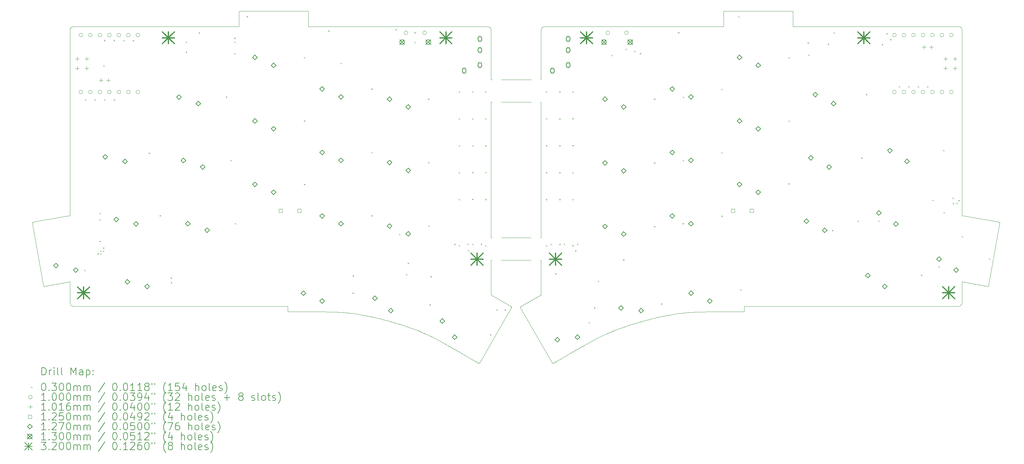
<source format=gbr>
%FSLAX45Y45*%
G04 Gerber Fmt 4.5, Leading zero omitted, Abs format (unit mm)*
G04 Created by KiCad (PCBNEW (6.0.6)) date 2022-11-10 12:47:21*
%MOMM*%
%LPD*%
G01*
G04 APERTURE LIST*
%ADD10C,0.010000*%
%TA.AperFunction,Profile*%
%ADD11C,0.010000*%
%TD*%
%TA.AperFunction,Profile*%
%ADD12C,0.100000*%
%TD*%
%ADD13C,0.200000*%
%ADD14C,0.030000*%
%ADD15C,0.100000*%
%ADD16C,0.101600*%
%ADD17C,0.125000*%
%ADD18C,0.127000*%
%ADD19C,0.130000*%
%ADD20C,0.320000*%
G04 APERTURE END LIST*
D10*
X14860090Y-12465554D02*
X14326690Y-12157579D01*
X2387278Y-11924041D02*
X3063200Y-11804802D01*
D11*
X15397256Y-6988435D02*
X14607756Y-6988434D01*
D10*
X15661796Y-12157579D02*
X15128396Y-12465554D01*
X7589688Y-4579561D02*
X7589688Y-4965500D01*
X3163036Y-12459204D02*
X8886150Y-12459204D01*
X20550231Y-4579561D02*
X20550231Y-4965500D01*
X9439655Y-4965500D02*
X9439655Y-4579561D01*
X9410021Y-4549928D02*
X7619321Y-4549928D01*
D11*
X15647256Y-6988434D02*
X15662500Y-6988400D01*
X14327041Y-10628435D02*
X14354757Y-10628435D01*
D10*
X7619321Y-4549928D02*
X7617809Y-4549967D01*
X7616314Y-4550082D01*
X7614840Y-4550273D01*
X7613389Y-4550536D01*
X7611962Y-4550869D01*
X7610561Y-4551272D01*
X7609188Y-4551741D01*
X7607845Y-4552276D01*
X7606534Y-4552874D01*
X7605258Y-4553532D01*
X7604017Y-4554250D01*
X7602814Y-4555025D01*
X7601651Y-4555856D01*
X7600529Y-4556739D01*
X7599451Y-4557675D01*
X7598419Y-4558659D01*
X7597435Y-4559691D01*
X7596500Y-4560769D01*
X7595616Y-4561891D01*
X7594785Y-4563054D01*
X7594010Y-4564257D01*
X7593293Y-4565497D01*
X7592634Y-4566774D01*
X7592036Y-4568085D01*
X7591502Y-4569428D01*
X7591032Y-4570801D01*
X7590630Y-4572202D01*
X7590296Y-4573629D01*
X7590033Y-4575080D01*
X7589843Y-4576554D01*
X7589727Y-4578048D01*
X7589688Y-4579561D01*
X18442390Y-12845496D02*
X18523741Y-12824055D01*
X18602615Y-12803953D01*
X18679092Y-12785147D01*
X18753251Y-12767595D01*
X18825172Y-12751253D01*
X18894936Y-12736077D01*
X18962622Y-12722026D01*
X19028310Y-12709054D01*
X19092080Y-12697120D01*
X19154011Y-12686179D01*
X19214184Y-12676189D01*
X19272678Y-12667107D01*
X19329573Y-12658889D01*
X19384949Y-12651492D01*
X19438886Y-12644873D01*
X19491463Y-12638989D01*
X19542761Y-12633796D01*
X19592860Y-12629251D01*
X19641838Y-12625312D01*
X19689777Y-12621934D01*
X19736755Y-12619074D01*
X19782854Y-12616690D01*
X19828151Y-12614739D01*
X19872728Y-12613176D01*
X19916664Y-12611958D01*
X19960040Y-12611044D01*
X20002934Y-12610388D01*
X20045427Y-12609949D01*
X20087598Y-12609682D01*
X20129528Y-12609546D01*
X20171296Y-12609495D01*
X20212982Y-12609488D01*
X16003285Y-13981088D02*
X16013211Y-13975356D01*
X16024626Y-13968764D01*
X16037472Y-13961347D01*
X16051691Y-13953137D01*
X16067225Y-13944170D01*
X16084013Y-13934479D01*
X16101999Y-13924096D01*
X16121124Y-13913057D01*
X16141328Y-13901395D01*
X16162554Y-13889143D01*
X16184743Y-13876335D01*
X16207837Y-13863005D01*
X16231776Y-13849187D01*
X16256503Y-13834915D01*
X16281959Y-13820221D01*
X16308085Y-13805140D01*
X16334823Y-13789706D01*
X16362114Y-13773952D01*
X16389900Y-13757912D01*
X16418123Y-13741620D01*
X16446723Y-13725109D01*
X16475642Y-13708413D01*
X16504822Y-13691566D01*
X16534205Y-13674601D01*
X16563731Y-13657553D01*
X16593342Y-13640455D01*
X16622979Y-13623341D01*
X16652585Y-13606244D01*
X16682100Y-13589198D01*
X16711467Y-13572237D01*
X16740626Y-13555395D01*
X16769519Y-13538705D01*
D11*
X15647256Y-6388435D02*
X15662495Y-6388435D01*
D10*
X27928937Y-10234941D02*
X27929162Y-10233423D01*
X27929311Y-10231913D01*
X27929383Y-10230414D01*
X27929382Y-10228927D01*
X27929307Y-10227455D01*
X27929162Y-10225999D01*
X27928946Y-10224562D01*
X27928661Y-10223145D01*
X27928310Y-10221751D01*
X27927892Y-10220382D01*
X27927411Y-10219040D01*
X27926866Y-10217727D01*
X27926260Y-10216444D01*
X27925593Y-10215195D01*
X27924869Y-10213981D01*
X27924086Y-10212804D01*
X27923248Y-10211666D01*
X27922356Y-10210570D01*
X27921411Y-10209517D01*
X27920414Y-10208510D01*
X27919367Y-10207550D01*
X27918271Y-10206640D01*
X27917128Y-10205781D01*
X27915939Y-10204977D01*
X27914706Y-10204228D01*
X27913430Y-10203537D01*
X27912112Y-10202906D01*
X27910754Y-10202336D01*
X27909357Y-10201831D01*
X27907923Y-10201393D01*
X27906453Y-10201022D01*
X27904948Y-10200722D01*
X14327390Y-6388435D02*
X14327390Y-6384065D01*
X14327390Y-6372500D01*
X14327390Y-6354220D01*
X14327390Y-6329708D01*
X14327390Y-6299443D01*
X14327390Y-6263907D01*
X14327390Y-6223581D01*
X14327390Y-6178945D01*
X14327390Y-6130481D01*
X14327390Y-6078669D01*
X14327390Y-6023991D01*
X14327390Y-5966928D01*
X14327390Y-5907959D01*
X14327390Y-5847567D01*
X14327390Y-5786233D01*
X14327390Y-5724436D01*
X14327390Y-5662659D01*
X14327390Y-5601381D01*
X14327390Y-5541085D01*
X14327390Y-5482251D01*
X14327390Y-5425359D01*
X14327390Y-5370892D01*
X14327390Y-5319329D01*
X14327390Y-5271152D01*
X14327390Y-5226842D01*
X14327390Y-5186879D01*
X14327390Y-5151745D01*
X14327390Y-5121920D01*
X14327390Y-5097886D01*
X14327390Y-5080123D01*
X14327390Y-5069113D01*
X14327390Y-5065336D01*
X14326690Y-12157579D02*
X14326690Y-11228009D01*
D11*
X15644256Y-10628435D02*
X15662500Y-10628435D01*
D10*
X8915784Y-12609488D02*
X8926484Y-12609488D01*
X8938709Y-12609488D01*
X8952411Y-12609488D01*
X8967541Y-12609488D01*
X8984052Y-12609488D01*
X9001895Y-12609488D01*
X9021021Y-12609488D01*
X9041383Y-12609488D01*
X9062933Y-12609488D01*
X9085622Y-12609488D01*
X9109403Y-12609488D01*
X9134226Y-12609488D01*
X9160044Y-12609488D01*
X9186809Y-12609488D01*
X9214472Y-12609488D01*
X9242985Y-12609488D01*
X9272300Y-12609488D01*
X9302369Y-12609488D01*
X9333144Y-12609488D01*
X9364576Y-12609488D01*
X9396617Y-12609488D01*
X9429220Y-12609488D01*
X9462335Y-12609488D01*
X9495915Y-12609488D01*
X9529912Y-12609488D01*
X9564277Y-12609488D01*
X9598962Y-12609488D01*
X9633919Y-12609488D01*
X9669100Y-12609488D01*
X9704456Y-12609488D01*
X9739940Y-12609488D01*
X9775503Y-12609488D01*
X27635425Y-11900052D02*
X27928937Y-10234941D01*
X21102336Y-12579855D02*
X21102336Y-12459204D01*
X15117460Y-12505771D02*
X15963068Y-13970152D01*
X26925285Y-12359369D02*
X26925285Y-11804802D01*
X9775503Y-12609488D02*
X9817189Y-12609495D01*
X9858957Y-12609546D01*
X9900887Y-12609682D01*
X9943059Y-12609949D01*
X9985551Y-12610388D01*
X10028446Y-12611044D01*
X10071821Y-12611958D01*
X10115757Y-12613176D01*
X10160334Y-12614739D01*
X10205632Y-12616690D01*
X10251730Y-12619074D01*
X10298708Y-12621934D01*
X10346647Y-12625312D01*
X10395625Y-12629251D01*
X10445724Y-12633796D01*
X10497022Y-12638989D01*
X10549599Y-12644873D01*
X10603536Y-12651492D01*
X10658912Y-12658889D01*
X10715807Y-12667107D01*
X10774301Y-12676189D01*
X10834474Y-12686179D01*
X10896405Y-12697120D01*
X10960175Y-12709054D01*
X11025863Y-12722026D01*
X11093549Y-12736077D01*
X11163312Y-12751253D01*
X11235234Y-12767595D01*
X11309393Y-12785147D01*
X11385870Y-12803953D01*
X11464744Y-12824055D01*
X11546095Y-12845496D01*
X26925285Y-11804802D02*
X27601207Y-11924041D01*
X22370566Y-4549928D02*
X20579865Y-4549928D01*
X8886150Y-12459204D02*
X8886150Y-12579855D01*
X8886150Y-12579855D02*
X8886188Y-12581368D01*
X8886301Y-12582862D01*
X8886487Y-12584336D01*
X8886744Y-12585787D01*
X8887070Y-12587214D01*
X8887464Y-12588615D01*
X8887924Y-12589988D01*
X8888449Y-12591331D01*
X8889036Y-12592642D01*
X8889684Y-12593918D01*
X8890391Y-12595159D01*
X8891155Y-12596362D01*
X8891974Y-12597525D01*
X8892848Y-12598647D01*
X8893773Y-12599725D01*
X8894749Y-12600757D01*
X8895774Y-12601741D01*
X8896845Y-12602676D01*
X8897961Y-12603560D01*
X8899121Y-12604391D01*
X8900322Y-12605166D01*
X8901564Y-12605884D01*
X8902843Y-12606542D01*
X8904159Y-12607140D01*
X8905509Y-12607674D01*
X8906892Y-12608144D01*
X8908306Y-12608547D01*
X8909750Y-12608880D01*
X8911221Y-12609143D01*
X8912718Y-12609333D01*
X8914240Y-12609449D01*
X8915784Y-12609488D01*
D11*
X14327041Y-6988435D02*
X14327041Y-10628435D01*
D10*
X26826151Y-4965500D02*
X22400200Y-4965500D01*
D11*
X15644256Y-11228434D02*
X15661796Y-11228009D01*
D10*
X20550231Y-4965500D02*
X15762331Y-4965500D01*
X3063200Y-10027861D02*
X2083536Y-10200722D01*
X16769519Y-13538705D02*
X16806641Y-13517273D01*
X16843853Y-13495840D01*
X16881242Y-13474405D01*
X16918898Y-13452965D01*
X16956910Y-13431520D01*
X16995365Y-13410068D01*
X17034355Y-13388608D01*
X17073966Y-13367139D01*
X17114288Y-13345658D01*
X17155411Y-13324166D01*
X17197422Y-13302660D01*
X17240411Y-13281139D01*
X17284466Y-13259602D01*
X17329677Y-13238047D01*
X17376133Y-13216473D01*
X17423921Y-13194879D01*
X17473132Y-13173263D01*
X17523854Y-13151624D01*
X17576176Y-13129960D01*
X17630186Y-13108271D01*
X17685974Y-13086555D01*
X17743629Y-13064810D01*
X17803239Y-13043035D01*
X17864893Y-13021229D01*
X17928681Y-12999391D01*
X17994691Y-12977519D01*
X18063011Y-12955611D01*
X18133732Y-12933667D01*
X18206941Y-12911685D01*
X18282728Y-12889663D01*
X18361182Y-12867601D01*
X18442390Y-12845496D01*
X3163036Y-4965500D02*
X3157877Y-4965630D01*
X3152788Y-4966017D01*
X3147775Y-4966653D01*
X3142844Y-4967533D01*
X3138003Y-4968650D01*
X3133256Y-4969997D01*
X3128610Y-4971570D01*
X3124071Y-4973360D01*
X3119645Y-4975363D01*
X3115338Y-4977571D01*
X3111157Y-4979978D01*
X3107108Y-4982578D01*
X3103196Y-4985365D01*
X3099428Y-4988332D01*
X3095810Y-4991472D01*
X3092348Y-4994781D01*
X3089049Y-4998250D01*
X3085918Y-5001875D01*
X3082961Y-5005648D01*
X3080185Y-5009563D01*
X3077596Y-5013614D01*
X3075200Y-5017795D01*
X3073003Y-5022099D01*
X3071011Y-5026520D01*
X3069230Y-5031051D01*
X3067667Y-5035687D01*
X3066328Y-5040421D01*
X3065218Y-5045246D01*
X3064344Y-5050156D01*
X3063713Y-5055146D01*
X3063329Y-5060208D01*
X3063200Y-5065336D01*
X14227555Y-4965500D02*
X9439655Y-4965500D01*
X2353058Y-11900052D02*
X2353359Y-11901557D01*
X2353729Y-11903027D01*
X2354168Y-11904461D01*
X2354673Y-11905858D01*
X2355242Y-11907216D01*
X2355874Y-11908534D01*
X2356565Y-11909810D01*
X2357314Y-11911044D01*
X2358118Y-11912232D01*
X2358977Y-11913375D01*
X2359887Y-11914471D01*
X2360847Y-11915518D01*
X2361854Y-11916515D01*
X2362907Y-11917460D01*
X2364003Y-11918353D01*
X2365141Y-11919191D01*
X2366318Y-11919973D01*
X2367532Y-11920698D01*
X2368781Y-11921364D01*
X2370063Y-11921970D01*
X2371376Y-11922515D01*
X2372719Y-11922997D01*
X2374088Y-11923414D01*
X2375482Y-11923766D01*
X2376898Y-11924050D01*
X2378336Y-11924266D01*
X2379791Y-11924412D01*
X2381264Y-11924486D01*
X2382751Y-11924488D01*
X2384250Y-11924415D01*
X2385760Y-11924267D01*
X2387278Y-11924041D01*
D12*
X14607756Y-6388435D02*
X15397257Y-6388435D01*
D10*
X26925987Y-10027862D02*
X26925987Y-5065336D01*
D11*
X14327390Y-6388435D02*
X14357757Y-6388435D01*
D10*
X27601207Y-11924041D02*
X27602725Y-11924267D01*
X27604234Y-11924415D01*
X27605734Y-11924488D01*
X27607221Y-11924486D01*
X27608693Y-11924412D01*
X27610149Y-11924266D01*
X27611586Y-11924050D01*
X27613003Y-11923765D01*
X27614397Y-11923414D01*
X27615766Y-11922996D01*
X27617108Y-11922514D01*
X27618422Y-11921970D01*
X27619704Y-11921363D01*
X27620953Y-11920697D01*
X27622167Y-11919972D01*
X27623344Y-11919190D01*
X27624481Y-11918352D01*
X27625578Y-11917460D01*
X27626630Y-11916515D01*
X27627638Y-11915518D01*
X27628597Y-11914471D01*
X27629508Y-11913375D01*
X27630366Y-11912232D01*
X27631171Y-11911043D01*
X27631920Y-11909810D01*
X27632611Y-11908534D01*
X27633242Y-11907216D01*
X27633811Y-11905858D01*
X27634316Y-11904461D01*
X27634754Y-11903027D01*
X27635125Y-11901557D01*
X27635425Y-11900052D01*
X20579865Y-4549928D02*
X20578353Y-4549967D01*
X20576858Y-4550082D01*
X20575384Y-4550273D01*
X20573933Y-4550536D01*
X20572505Y-4550869D01*
X20571104Y-4551272D01*
X20569731Y-4551741D01*
X20568389Y-4552276D01*
X20567078Y-4552874D01*
X20565801Y-4553532D01*
X20564560Y-4554250D01*
X20563357Y-4555025D01*
X20562194Y-4555856D01*
X20561073Y-4556739D01*
X20559995Y-4557675D01*
X20558963Y-4558659D01*
X20557978Y-4559691D01*
X20557043Y-4560769D01*
X20556159Y-4561891D01*
X20555329Y-4563054D01*
X20554553Y-4564257D01*
X20553836Y-4565497D01*
X20553177Y-4566774D01*
X20552579Y-4568085D01*
X20552045Y-4569428D01*
X20551575Y-4570801D01*
X20551173Y-4572202D01*
X20550839Y-4573629D01*
X20550576Y-4575080D01*
X20550386Y-4576554D01*
X20550270Y-4578048D01*
X20550231Y-4579561D01*
X14025418Y-13970152D02*
X14871026Y-12505771D01*
X2083536Y-10200722D02*
X2082031Y-10201022D01*
X2080561Y-10201393D01*
X2079127Y-10201831D01*
X2077730Y-10202336D01*
X2076372Y-10202906D01*
X2075054Y-10203537D01*
X2073778Y-10204228D01*
X2072545Y-10204977D01*
X2071356Y-10205781D01*
X2070213Y-10206640D01*
X2069117Y-10207550D01*
X2068070Y-10208510D01*
X2067073Y-10209517D01*
X2066128Y-10210570D01*
X2065236Y-10211666D01*
X2064398Y-10212804D01*
X2063616Y-10213981D01*
X2062891Y-10215195D01*
X2062224Y-10216444D01*
X2061618Y-10217727D01*
X2061074Y-10219040D01*
X2060592Y-10220382D01*
X2060174Y-10221751D01*
X2059823Y-10223145D01*
X2059538Y-10224562D01*
X2059322Y-10225999D01*
X2059176Y-10227455D01*
X2059102Y-10228927D01*
X2059100Y-10230414D01*
X2059173Y-10231913D01*
X2059322Y-10233423D01*
X2059547Y-10234941D01*
X2059547Y-10234941D02*
X2353058Y-11900052D01*
X7589688Y-4965500D02*
X3163036Y-4965500D01*
D12*
X14604756Y-10628435D02*
X15394257Y-10628435D01*
D10*
X14327390Y-5065336D02*
X14327260Y-5060177D01*
X14326874Y-5055088D01*
X14326237Y-5050075D01*
X14325358Y-5045144D01*
X14324241Y-5040303D01*
X14322893Y-5035556D01*
X14321320Y-5030910D01*
X14319530Y-5026371D01*
X14317527Y-5021945D01*
X14315319Y-5017638D01*
X14312912Y-5013457D01*
X14310312Y-5009408D01*
X14307526Y-5005496D01*
X14304559Y-5001728D01*
X14301418Y-4998110D01*
X14298110Y-4994648D01*
X14294640Y-4991349D01*
X14291016Y-4988218D01*
X14287243Y-4985261D01*
X14283328Y-4982485D01*
X14279276Y-4979896D01*
X14275096Y-4977500D01*
X14270792Y-4975303D01*
X14266371Y-4973311D01*
X14261839Y-4971530D01*
X14257204Y-4969967D01*
X14252470Y-4968628D01*
X14247645Y-4967518D01*
X14242734Y-4966644D01*
X14237745Y-4966013D01*
X14232683Y-4965629D01*
X14227555Y-4965500D01*
X15662495Y-5065336D02*
X15662495Y-6388435D01*
X13218967Y-13538705D02*
X13247859Y-13555395D01*
X13277015Y-13572237D01*
X13306377Y-13589198D01*
X13335886Y-13606244D01*
X13365485Y-13623340D01*
X13395114Y-13640455D01*
X13424716Y-13657553D01*
X13454232Y-13674601D01*
X13483603Y-13691565D01*
X13512772Y-13708412D01*
X13541681Y-13725108D01*
X13570270Y-13741619D01*
X13598482Y-13757912D01*
X13626257Y-13773952D01*
X13653539Y-13789706D01*
X13680268Y-13805140D01*
X13706387Y-13820221D01*
X13731836Y-13834914D01*
X13756558Y-13849187D01*
X13780494Y-13863005D01*
X13803586Y-13876335D01*
X13825775Y-13889143D01*
X13847004Y-13901395D01*
X13867213Y-13913057D01*
X13886345Y-13924096D01*
X13904341Y-13934478D01*
X13921143Y-13944170D01*
X13936693Y-13953137D01*
X13950932Y-13961346D01*
X13963802Y-13968764D01*
X13975244Y-13975356D01*
X13985201Y-13981088D01*
X15762331Y-4965500D02*
X15757171Y-4965630D01*
X15752082Y-4966017D01*
X15747069Y-4966653D01*
X15742139Y-4967533D01*
X15737297Y-4968650D01*
X15732551Y-4969997D01*
X15727904Y-4971570D01*
X15723365Y-4973360D01*
X15718940Y-4975363D01*
X15714633Y-4977571D01*
X15710452Y-4979978D01*
X15706403Y-4982578D01*
X15702491Y-4985365D01*
X15698723Y-4988332D01*
X15695105Y-4991472D01*
X15691643Y-4994781D01*
X15688344Y-4998250D01*
X15685213Y-5001875D01*
X15682256Y-5005648D01*
X15679480Y-5009563D01*
X15676891Y-5013614D01*
X15674495Y-5017795D01*
X15672298Y-5022099D01*
X15670306Y-5026520D01*
X15668525Y-5031051D01*
X15666962Y-5035687D01*
X15665623Y-5040421D01*
X15664513Y-5045246D01*
X15663640Y-5050156D01*
X15663008Y-5055146D01*
X15662624Y-5060208D01*
X15662495Y-5065336D01*
X3063200Y-5065336D02*
X3063200Y-10027861D01*
X21072701Y-12609488D02*
X21074214Y-12609449D01*
X21075709Y-12609333D01*
X21077183Y-12609143D01*
X21078634Y-12608880D01*
X21080061Y-12608547D01*
X21081462Y-12608144D01*
X21082835Y-12607674D01*
X21084178Y-12607140D01*
X21085489Y-12606542D01*
X21086766Y-12605884D01*
X21088007Y-12605166D01*
X21089210Y-12604391D01*
X21090373Y-12603560D01*
X21091494Y-12602676D01*
X21092572Y-12601741D01*
X21093604Y-12600757D01*
X21094589Y-12599725D01*
X21095524Y-12598647D01*
X21096408Y-12597525D01*
X21097238Y-12596362D01*
X21098013Y-12595159D01*
X21098731Y-12593918D01*
X21099390Y-12592642D01*
X21099987Y-12591331D01*
X21100522Y-12589988D01*
X21100991Y-12588615D01*
X21101394Y-12587214D01*
X21101728Y-12585787D01*
X21101991Y-12584336D01*
X21102181Y-12582862D01*
X21102297Y-12581368D01*
X21102336Y-12579855D01*
X15661796Y-11228009D02*
X15661796Y-12157579D01*
X21102336Y-12459204D02*
X26825449Y-12459204D01*
X3063200Y-12359369D02*
X3063330Y-12364528D01*
X3063716Y-12369617D01*
X3064353Y-12374630D01*
X3065233Y-12379560D01*
X3066349Y-12384402D01*
X3067697Y-12389149D01*
X3069270Y-12393795D01*
X3071060Y-12398334D01*
X3073063Y-12402760D01*
X3075271Y-12407066D01*
X3077678Y-12411248D01*
X3080278Y-12415297D01*
X3083065Y-12419209D01*
X3086031Y-12422977D01*
X3089172Y-12426595D01*
X3092480Y-12430056D01*
X3095950Y-12433356D01*
X3099574Y-12436487D01*
X3103347Y-12439444D01*
X3107263Y-12442220D01*
X3111314Y-12444809D01*
X3115495Y-12447205D01*
X3119799Y-12449402D01*
X3124219Y-12451394D01*
X3128751Y-12453174D01*
X3133387Y-12454737D01*
X3138120Y-12456077D01*
X3142946Y-12457186D01*
X3147856Y-12458060D01*
X3152846Y-12458692D01*
X3157908Y-12459075D01*
X3163036Y-12459204D01*
X11546095Y-12845496D02*
X11627303Y-12867601D01*
X11705757Y-12889663D01*
X11781544Y-12911685D01*
X11854753Y-12933667D01*
X11925474Y-12955611D01*
X11993795Y-12977519D01*
X12059804Y-12999391D01*
X12123592Y-13021229D01*
X12185247Y-13043035D01*
X12244857Y-13064810D01*
X12302511Y-13086555D01*
X12358300Y-13108271D01*
X12412310Y-13129960D01*
X12464632Y-13151624D01*
X12515354Y-13173263D01*
X12564564Y-13194879D01*
X12612353Y-13216473D01*
X12658808Y-13238047D01*
X12704019Y-13259602D01*
X12748075Y-13281139D01*
X12791064Y-13302660D01*
X12833075Y-13324166D01*
X12874198Y-13345659D01*
X12914520Y-13367139D01*
X12954131Y-13388609D01*
X12993121Y-13410069D01*
X13031576Y-13431520D01*
X13069588Y-13452965D01*
X13107244Y-13474405D01*
X13144633Y-13495840D01*
X13181845Y-13517273D01*
X13218967Y-13538705D01*
X13985201Y-13981088D02*
X13986534Y-13981811D01*
X13987889Y-13982458D01*
X13989260Y-13983029D01*
X13990647Y-13983527D01*
X13992047Y-13983951D01*
X13993457Y-13984301D01*
X13994874Y-13984580D01*
X13996297Y-13984787D01*
X13997722Y-13984923D01*
X13999147Y-13984990D01*
X14000569Y-13984986D01*
X14001987Y-13984914D01*
X14003397Y-13984775D01*
X14004798Y-13984568D01*
X14006185Y-13984294D01*
X14007558Y-13983955D01*
X14008913Y-13983550D01*
X14010248Y-13983081D01*
X14011560Y-13982549D01*
X14012848Y-13981953D01*
X14014107Y-13981295D01*
X14015337Y-13980576D01*
X14016533Y-13979795D01*
X14017695Y-13978955D01*
X14018819Y-13978055D01*
X14019902Y-13977097D01*
X14020943Y-13976080D01*
X14021939Y-13975006D01*
X14022887Y-13973876D01*
X14023784Y-13972690D01*
X14024629Y-13971448D01*
X14025418Y-13970152D01*
D11*
X14354756Y-11228435D02*
X14326690Y-11228009D01*
D10*
X15128396Y-12465554D02*
X15127100Y-12466343D01*
X15125858Y-12467188D01*
X15124672Y-12468085D01*
X15123542Y-12469033D01*
X15122468Y-12470029D01*
X15121451Y-12471069D01*
X15120493Y-12472153D01*
X15119593Y-12473277D01*
X15118752Y-12474438D01*
X15117972Y-12475635D01*
X15117253Y-12476864D01*
X15116595Y-12478124D01*
X15115999Y-12479411D01*
X15115467Y-12480724D01*
X15114998Y-12482059D01*
X15114593Y-12483414D01*
X15114254Y-12484786D01*
X15113980Y-12486174D01*
X15113773Y-12487574D01*
X15113633Y-12488984D01*
X15113562Y-12490402D01*
X15113558Y-12491825D01*
X15113625Y-12493250D01*
X15113761Y-12494675D01*
X15113968Y-12496097D01*
X15114247Y-12497515D01*
X15114597Y-12498925D01*
X15115021Y-12500324D01*
X15115519Y-12501711D01*
X15116090Y-12503083D01*
X15116737Y-12504437D01*
X15117460Y-12505771D01*
X27904948Y-10200722D02*
X27905652Y-10200723D01*
D11*
X15662500Y-6988400D02*
X15662500Y-10628435D01*
D10*
X26825449Y-12459204D02*
X26830608Y-12459074D01*
X26835697Y-12458688D01*
X26840710Y-12458051D01*
X26845641Y-12457172D01*
X26850482Y-12456055D01*
X26855229Y-12454707D01*
X26859875Y-12453135D01*
X26864414Y-12451344D01*
X26868840Y-12449342D01*
X26873147Y-12447134D01*
X26877328Y-12444726D01*
X26881377Y-12442126D01*
X26885289Y-12439340D01*
X26889057Y-12436373D01*
X26892675Y-12433232D01*
X26896137Y-12429924D01*
X26899437Y-12426454D01*
X26902568Y-12422830D01*
X26905524Y-12419057D01*
X26908300Y-12415142D01*
X26910889Y-12411091D01*
X26913286Y-12406910D01*
X26915483Y-12402606D01*
X26917475Y-12398185D01*
X26919255Y-12393654D01*
X26920818Y-12389018D01*
X26922158Y-12384284D01*
X26923267Y-12379459D01*
X26924141Y-12374549D01*
X26924773Y-12369559D01*
X26925156Y-12364497D01*
X26925285Y-12359369D01*
X27905652Y-10200723D02*
X26925987Y-10027862D01*
X14871026Y-12505771D02*
X14871749Y-12504437D01*
X14872396Y-12503083D01*
X14872967Y-12501712D01*
X14873465Y-12500325D01*
X14873889Y-12498925D01*
X14874239Y-12497515D01*
X14874518Y-12496098D01*
X14874725Y-12494675D01*
X14874861Y-12493250D01*
X14874928Y-12491825D01*
X14874924Y-12490402D01*
X14874852Y-12488985D01*
X14874713Y-12487575D01*
X14874506Y-12486174D01*
X14874232Y-12484787D01*
X14873893Y-12483414D01*
X14873488Y-12482059D01*
X14873019Y-12480724D01*
X14872487Y-12479412D01*
X14871891Y-12478124D01*
X14871233Y-12476865D01*
X14870514Y-12475635D01*
X14869733Y-12474438D01*
X14868893Y-12473277D01*
X14867993Y-12472153D01*
X14867035Y-12471069D01*
X14866018Y-12470029D01*
X14864944Y-12469033D01*
X14863814Y-12468085D01*
X14862628Y-12467188D01*
X14861386Y-12466343D01*
X14860090Y-12465554D01*
X3063200Y-11804802D02*
X3063200Y-12359369D01*
X15963068Y-13970152D02*
X15963857Y-13971448D01*
X15964702Y-13972690D01*
X15965599Y-13973876D01*
X15966547Y-13975006D01*
X15967542Y-13976080D01*
X15968583Y-13977097D01*
X15969667Y-13978055D01*
X15970791Y-13978955D01*
X15971952Y-13979795D01*
X15973149Y-13980576D01*
X15974378Y-13981295D01*
X15975638Y-13981953D01*
X15976925Y-13982549D01*
X15978237Y-13983081D01*
X15979572Y-13983550D01*
X15980928Y-13983955D01*
X15982300Y-13984294D01*
X15983688Y-13984568D01*
X15985088Y-13984775D01*
X15986498Y-13984914D01*
X15987916Y-13984986D01*
X15989339Y-13984990D01*
X15990764Y-13984923D01*
X15992189Y-13984787D01*
X15993611Y-13984580D01*
X15995029Y-13984301D01*
X15996439Y-13983951D01*
X15997838Y-13983527D01*
X15999225Y-13983029D01*
X16000597Y-13982458D01*
X16001951Y-13981811D01*
X16003285Y-13981088D01*
D11*
X14357756Y-6988435D02*
X14327041Y-6988435D01*
D10*
X22400200Y-4579561D02*
X22400161Y-4578048D01*
X22400045Y-4576554D01*
X22399855Y-4575080D01*
X22399592Y-4573629D01*
X22399258Y-4572201D01*
X22398856Y-4570800D01*
X22398386Y-4569427D01*
X22397852Y-4568085D01*
X22397254Y-4566774D01*
X22396595Y-4565497D01*
X22395878Y-4564256D01*
X22395102Y-4563053D01*
X22394272Y-4561890D01*
X22393388Y-4560769D01*
X22392453Y-4559691D01*
X22391468Y-4558659D01*
X22390436Y-4557674D01*
X22389358Y-4556739D01*
X22388237Y-4555855D01*
X22387074Y-4555025D01*
X22385871Y-4554250D01*
X22384630Y-4553532D01*
X22383353Y-4552873D01*
X22382042Y-4552276D01*
X22380700Y-4551741D01*
X22379327Y-4551272D01*
X22377926Y-4550869D01*
X22376498Y-4550536D01*
X22375047Y-4550273D01*
X22373573Y-4550082D01*
X22372078Y-4549967D01*
X22370566Y-4549928D01*
X20212982Y-12609488D02*
X20248577Y-12609488D01*
X20284091Y-12609488D01*
X20319475Y-12609488D01*
X20354682Y-12609488D01*
X20389663Y-12609488D01*
X20424369Y-12609488D01*
X20458754Y-12609488D01*
X20492768Y-12609488D01*
X20526364Y-12609488D01*
X20559493Y-12609488D01*
X20592107Y-12609488D01*
X20624157Y-12609488D01*
X20655597Y-12609488D01*
X20686377Y-12609488D01*
X20716449Y-12609488D01*
X20745765Y-12609488D01*
X20774277Y-12609488D01*
X20801937Y-12609488D01*
X20828697Y-12609488D01*
X20854507Y-12609488D01*
X20879321Y-12609488D01*
X20903090Y-12609488D01*
X20925766Y-12609488D01*
X20947300Y-12609488D01*
X20967645Y-12609488D01*
X20986752Y-12609488D01*
X21004573Y-12609488D01*
X21021060Y-12609488D01*
X21036164Y-12609488D01*
X21049838Y-12609488D01*
X21062033Y-12609488D01*
X21072701Y-12609488D01*
X9439655Y-4579561D02*
X9439616Y-4578048D01*
X9439500Y-4576554D01*
X9439310Y-4575080D01*
X9439047Y-4573629D01*
X9438713Y-4572201D01*
X9438310Y-4570800D01*
X9437841Y-4569427D01*
X9437306Y-4568085D01*
X9436709Y-4566774D01*
X9436050Y-4565497D01*
X9435332Y-4564256D01*
X9434557Y-4563053D01*
X9433727Y-4561890D01*
X9432843Y-4560769D01*
X9431908Y-4559691D01*
X9430923Y-4558659D01*
X9429891Y-4557674D01*
X9428813Y-4556739D01*
X9427692Y-4555855D01*
X9426529Y-4555025D01*
X9425326Y-4554250D01*
X9424085Y-4553532D01*
X9422808Y-4552873D01*
X9421498Y-4552276D01*
X9420155Y-4551741D01*
X9418782Y-4551272D01*
X9417381Y-4550869D01*
X9415954Y-4550536D01*
X9414502Y-4550273D01*
X9413028Y-4550082D01*
X9411534Y-4549967D01*
X9410021Y-4549928D01*
D12*
X14604756Y-11228434D02*
X15394256Y-11228435D01*
D10*
X26925987Y-5065336D02*
X26925857Y-5060177D01*
X26925471Y-5055088D01*
X26924835Y-5050075D01*
X26923955Y-5045144D01*
X26922838Y-5040303D01*
X26921490Y-5035556D01*
X26919918Y-5030910D01*
X26918127Y-5026371D01*
X26916124Y-5021945D01*
X26913916Y-5017638D01*
X26911509Y-5013457D01*
X26908909Y-5009408D01*
X26906122Y-5005496D01*
X26903156Y-5001728D01*
X26900015Y-4998110D01*
X26896707Y-4994648D01*
X26893237Y-4991349D01*
X26889612Y-4988218D01*
X26885839Y-4985261D01*
X26881924Y-4982485D01*
X26877873Y-4979896D01*
X26873692Y-4977500D01*
X26869388Y-4975303D01*
X26864967Y-4973311D01*
X26860436Y-4971530D01*
X26855800Y-4969967D01*
X26851066Y-4968628D01*
X26846241Y-4967518D01*
X26841331Y-4966644D01*
X26836341Y-4966013D01*
X26831279Y-4965629D01*
X26826151Y-4965500D01*
X22400200Y-4965500D02*
X22400200Y-4579561D01*
D13*
D14*
X3450000Y-11481600D02*
X3480000Y-11511600D01*
X3480000Y-11481600D02*
X3450000Y-11511600D01*
X3467600Y-6913500D02*
X3497600Y-6943500D01*
X3497600Y-6913500D02*
X3467600Y-6943500D01*
X3724200Y-6913500D02*
X3754200Y-6943500D01*
X3754200Y-6913500D02*
X3724200Y-6943500D01*
X3800000Y-11040000D02*
X3830000Y-11070000D01*
X3830000Y-11040000D02*
X3800000Y-11070000D01*
X3852756Y-10126435D02*
X3882756Y-10156435D01*
X3882756Y-10126435D02*
X3852756Y-10156435D01*
X3855000Y-10705000D02*
X3885000Y-10735000D01*
X3885000Y-10705000D02*
X3855000Y-10735000D01*
X3860100Y-9954000D02*
X3890100Y-9984000D01*
X3890100Y-9954000D02*
X3860100Y-9984000D01*
X3872500Y-11040000D02*
X3902500Y-11070000D01*
X3902500Y-11040000D02*
X3872500Y-11070000D01*
X3875000Y-10970000D02*
X3905000Y-11000000D01*
X3905000Y-10970000D02*
X3875000Y-11000000D01*
X3945000Y-10967500D02*
X3975000Y-10997500D01*
X3975000Y-10967500D02*
X3945000Y-10997500D01*
X3947300Y-10885700D02*
X3977300Y-10915700D01*
X3977300Y-10885700D02*
X3947300Y-10915700D01*
X3958100Y-6003000D02*
X3988100Y-6033000D01*
X3988100Y-6003000D02*
X3958100Y-6033000D01*
X3975800Y-6913500D02*
X4005800Y-6943500D01*
X4005800Y-6913500D02*
X3975800Y-6943500D01*
X3979100Y-5327600D02*
X4009100Y-5357600D01*
X4009100Y-5327600D02*
X3979100Y-5357600D01*
X4233200Y-5327600D02*
X4263200Y-5357600D01*
X4263200Y-5327600D02*
X4233200Y-5357600D01*
X4233600Y-6913500D02*
X4263600Y-6943500D01*
X4263600Y-6913500D02*
X4233600Y-6943500D01*
X4487300Y-5327600D02*
X4517300Y-5357600D01*
X4517300Y-5327600D02*
X4487300Y-5357600D01*
X4744200Y-5329700D02*
X4774200Y-5359700D01*
X4774200Y-5329700D02*
X4744200Y-5359700D01*
X5167757Y-8343935D02*
X5197757Y-8373935D01*
X5197757Y-8343935D02*
X5167757Y-8373935D01*
X5465257Y-10021435D02*
X5495257Y-10051435D01*
X5495257Y-10021435D02*
X5465257Y-10051435D01*
X5760256Y-11688935D02*
X5790256Y-11718935D01*
X5790256Y-11688935D02*
X5760256Y-11718935D01*
X5762063Y-11810068D02*
X5792063Y-11840068D01*
X5792063Y-11810068D02*
X5762063Y-11840068D01*
X6160900Y-5374000D02*
X6190900Y-5404000D01*
X6190900Y-5374000D02*
X6160900Y-5404000D01*
X6160900Y-5641500D02*
X6190900Y-5671500D01*
X6190900Y-5641500D02*
X6160900Y-5671500D01*
X6507400Y-5122600D02*
X6537400Y-5152600D01*
X6537400Y-5122600D02*
X6507400Y-5152600D01*
X7237756Y-6841435D02*
X7267756Y-6871435D01*
X7267756Y-6841435D02*
X7237756Y-6871435D01*
X7355256Y-8538935D02*
X7385256Y-8568935D01*
X7385256Y-8538935D02*
X7355256Y-8568935D01*
X7455900Y-5371500D02*
X7485900Y-5401500D01*
X7485900Y-5371500D02*
X7455900Y-5401500D01*
X7455900Y-5679000D02*
X7485900Y-5709000D01*
X7485900Y-5679000D02*
X7455900Y-5709000D01*
X7456600Y-5266100D02*
X7486600Y-5296100D01*
X7486600Y-5266100D02*
X7456600Y-5296100D01*
X7475256Y-10233935D02*
X7505256Y-10263935D01*
X7505256Y-10233935D02*
X7475256Y-10263935D01*
X7792500Y-4685000D02*
X7822500Y-4715000D01*
X7822500Y-4685000D02*
X7792500Y-4715000D01*
X9325257Y-5781435D02*
X9355257Y-5811435D01*
X9355257Y-5781435D02*
X9325257Y-5811435D01*
X9325257Y-7481435D02*
X9355257Y-7511435D01*
X9355257Y-7481435D02*
X9325257Y-7511435D01*
X9325257Y-9183935D02*
X9355257Y-9213935D01*
X9355257Y-9183935D02*
X9325257Y-9213935D01*
X9970000Y-5070000D02*
X10000000Y-5100000D01*
X10000000Y-5070000D02*
X9970000Y-5100000D01*
X10300500Y-5940700D02*
X10330500Y-5970700D01*
X10330500Y-5940700D02*
X10300500Y-5970700D01*
X10300500Y-5940700D02*
X10330500Y-5970700D01*
X10330500Y-5940700D02*
X10300500Y-5970700D01*
X10300500Y-5940700D02*
X10330500Y-5970700D01*
X10330500Y-5940700D02*
X10300500Y-5970700D01*
X10620000Y-12095000D02*
X10650000Y-12125000D01*
X10650000Y-12095000D02*
X10620000Y-12125000D01*
X10622817Y-11632183D02*
X10652817Y-11662183D01*
X10652817Y-11632183D02*
X10622817Y-11662183D01*
X11125257Y-6623935D02*
X11155257Y-6653935D01*
X11155257Y-6623935D02*
X11125257Y-6653935D01*
X11125257Y-8323935D02*
X11155257Y-8353935D01*
X11155257Y-8323935D02*
X11125257Y-8353935D01*
X11125257Y-10021435D02*
X11155257Y-10051435D01*
X11155257Y-10021435D02*
X11125257Y-10051435D01*
X11772500Y-5035000D02*
X11802500Y-5065000D01*
X11802500Y-5035000D02*
X11772500Y-5065000D01*
X11868600Y-10519300D02*
X11898600Y-10549300D01*
X11898600Y-10519300D02*
X11868600Y-10549300D01*
X12053000Y-11597000D02*
X12083000Y-11627000D01*
X12083000Y-11597000D02*
X12053000Y-11627000D01*
X12096775Y-11294438D02*
X12126775Y-11324438D01*
X12126775Y-11294438D02*
X12096775Y-11324438D01*
X12278700Y-5119500D02*
X12308700Y-5149500D01*
X12308700Y-5119500D02*
X12278700Y-5149500D01*
X12278700Y-5374800D02*
X12308700Y-5404800D01*
X12308700Y-5374800D02*
X12278700Y-5404800D01*
X12645000Y-6895000D02*
X12675000Y-6925000D01*
X12675000Y-6895000D02*
X12645000Y-6925000D01*
X12645000Y-8592500D02*
X12675000Y-8622500D01*
X12675000Y-8592500D02*
X12645000Y-8622500D01*
X12652500Y-10297500D02*
X12682500Y-10327500D01*
X12682500Y-10297500D02*
X12652500Y-10327500D01*
X12682500Y-12402500D02*
X12712500Y-12432500D01*
X12712500Y-12402500D02*
X12682500Y-12432500D01*
X12707600Y-11652200D02*
X12737600Y-11682200D01*
X12737600Y-11652200D02*
X12707600Y-11682200D01*
X13342500Y-10785000D02*
X13372500Y-10815000D01*
X13372500Y-10785000D02*
X13342500Y-10815000D01*
X13463400Y-10821500D02*
X13493400Y-10851500D01*
X13493400Y-10821500D02*
X13463400Y-10851500D01*
X13464000Y-6704000D02*
X13494000Y-6734000D01*
X13494000Y-6704000D02*
X13464000Y-6734000D01*
X13464000Y-7425000D02*
X13494000Y-7455000D01*
X13494000Y-7425000D02*
X13464000Y-7455000D01*
X13464000Y-8144000D02*
X13494000Y-8174000D01*
X13494000Y-8144000D02*
X13464000Y-8174000D01*
X13464000Y-8863000D02*
X13494000Y-8893000D01*
X13494000Y-8863000D02*
X13464000Y-8893000D01*
X13464000Y-9585000D02*
X13494000Y-9615000D01*
X13494000Y-9585000D02*
X13464000Y-9615000D01*
X13697500Y-10782500D02*
X13727500Y-10812500D01*
X13727500Y-10782500D02*
X13697500Y-10812500D01*
X13708400Y-10956500D02*
X13738400Y-10986500D01*
X13738400Y-10956500D02*
X13708400Y-10986500D01*
X13820900Y-10786500D02*
X13850900Y-10816500D01*
X13850900Y-10786500D02*
X13820900Y-10816500D01*
X13822000Y-6705000D02*
X13852000Y-6735000D01*
X13852000Y-6705000D02*
X13822000Y-6735000D01*
X13822000Y-7425000D02*
X13852000Y-7455000D01*
X13852000Y-7425000D02*
X13822000Y-7455000D01*
X13822000Y-8145000D02*
X13852000Y-8175000D01*
X13852000Y-8145000D02*
X13822000Y-8175000D01*
X13822000Y-8862000D02*
X13852000Y-8892000D01*
X13852000Y-8862000D02*
X13822000Y-8892000D01*
X13822000Y-9582000D02*
X13852000Y-9612000D01*
X13852000Y-9582000D02*
X13822000Y-9612000D01*
X14052500Y-10785000D02*
X14082500Y-10815000D01*
X14082500Y-10785000D02*
X14052500Y-10815000D01*
X14170900Y-10826500D02*
X14200900Y-10856500D01*
X14200900Y-10826500D02*
X14170900Y-10856500D01*
X14171500Y-6703500D02*
X14201500Y-6733500D01*
X14201500Y-6703500D02*
X14171500Y-6733500D01*
X14171500Y-7423500D02*
X14201500Y-7453500D01*
X14201500Y-7423500D02*
X14171500Y-7453500D01*
X14171500Y-8143500D02*
X14201500Y-8173500D01*
X14201500Y-8143500D02*
X14171500Y-8173500D01*
X14171500Y-8861500D02*
X14201500Y-8891500D01*
X14201500Y-8861500D02*
X14171500Y-8891500D01*
X14171500Y-9583500D02*
X14201500Y-9613500D01*
X14201500Y-9583500D02*
X14171500Y-9613500D01*
X14297500Y-13210000D02*
X14327500Y-13240000D01*
X14327500Y-13210000D02*
X14297500Y-13240000D01*
X14474000Y-12541000D02*
X14504000Y-12571000D01*
X14504000Y-12541000D02*
X14474000Y-12571000D01*
X14691900Y-12543000D02*
X14721900Y-12573000D01*
X14721900Y-12543000D02*
X14691900Y-12573000D01*
X15795900Y-10826500D02*
X15825900Y-10856500D01*
X15825900Y-10826500D02*
X15795900Y-10856500D01*
X15796000Y-6703000D02*
X15826000Y-6733000D01*
X15826000Y-6703000D02*
X15796000Y-6733000D01*
X15796000Y-7423000D02*
X15826000Y-7453000D01*
X15826000Y-7423000D02*
X15796000Y-7453000D01*
X15796000Y-8145000D02*
X15826000Y-8175000D01*
X15826000Y-8145000D02*
X15796000Y-8175000D01*
X15796000Y-8865000D02*
X15826000Y-8895000D01*
X15826000Y-8865000D02*
X15796000Y-8895000D01*
X15796000Y-9587000D02*
X15826000Y-9617000D01*
X15826000Y-9587000D02*
X15796000Y-9617000D01*
X15919000Y-10788000D02*
X15949000Y-10818000D01*
X15949000Y-10788000D02*
X15919000Y-10818000D01*
X16041945Y-11572592D02*
X16071945Y-11602592D01*
X16071945Y-11572592D02*
X16041945Y-11602592D01*
X16150900Y-10789000D02*
X16180900Y-10819000D01*
X16180900Y-10789000D02*
X16150900Y-10819000D01*
X16151000Y-6704000D02*
X16181000Y-6734000D01*
X16181000Y-6704000D02*
X16151000Y-6734000D01*
X16151000Y-7425000D02*
X16181000Y-7455000D01*
X16181000Y-7425000D02*
X16151000Y-7455000D01*
X16151000Y-8146000D02*
X16181000Y-8176000D01*
X16181000Y-8146000D02*
X16151000Y-8176000D01*
X16151000Y-8867000D02*
X16181000Y-8897000D01*
X16181000Y-8867000D02*
X16151000Y-8897000D01*
X16151000Y-9586000D02*
X16181000Y-9616000D01*
X16181000Y-9586000D02*
X16151000Y-9616000D01*
X16271000Y-10784000D02*
X16301000Y-10814000D01*
X16301000Y-10784000D02*
X16271000Y-10814000D01*
X16500900Y-10819000D02*
X16530900Y-10849000D01*
X16530900Y-10819000D02*
X16500900Y-10849000D01*
X16502000Y-7423000D02*
X16532000Y-7453000D01*
X16532000Y-7423000D02*
X16502000Y-7453000D01*
X16502000Y-8143000D02*
X16532000Y-8173000D01*
X16532000Y-8143000D02*
X16502000Y-8173000D01*
X16502000Y-8866000D02*
X16532000Y-8896000D01*
X16532000Y-8866000D02*
X16502000Y-8896000D01*
X16502000Y-9584000D02*
X16532000Y-9614000D01*
X16532000Y-9584000D02*
X16502000Y-9614000D01*
X16503000Y-6704000D02*
X16533000Y-6734000D01*
X16533000Y-6704000D02*
X16503000Y-6734000D01*
X16575900Y-10956500D02*
X16605900Y-10986500D01*
X16605900Y-10956500D02*
X16575900Y-10986500D01*
X16626000Y-10784000D02*
X16656000Y-10814000D01*
X16656000Y-10784000D02*
X16626000Y-10814000D01*
X16938799Y-12881333D02*
X16968799Y-12911333D01*
X16968799Y-12881333D02*
X16938799Y-12911333D01*
X17082212Y-12488633D02*
X17112212Y-12518633D01*
X17112212Y-12488633D02*
X17082212Y-12518633D01*
X17183400Y-11774000D02*
X17213400Y-11804000D01*
X17213400Y-11774000D02*
X17183400Y-11804000D01*
X17546410Y-5722214D02*
X17576410Y-5752214D01*
X17576410Y-5722214D02*
X17546410Y-5752214D01*
X17859976Y-11205950D02*
X17889976Y-11235950D01*
X17889976Y-11205950D02*
X17859976Y-11235950D01*
X17924000Y-5564300D02*
X17954000Y-5594300D01*
X17954000Y-5564300D02*
X17924000Y-5594300D01*
X18156000Y-5615000D02*
X18186000Y-5645000D01*
X18186000Y-5615000D02*
X18156000Y-5645000D01*
X18305358Y-5677968D02*
X18335358Y-5707968D01*
X18335358Y-5677968D02*
X18305358Y-5707968D01*
X18687757Y-6897435D02*
X18717757Y-6927435D01*
X18717757Y-6897435D02*
X18687757Y-6927435D01*
X18687757Y-8606435D02*
X18717757Y-8636435D01*
X18717757Y-8606435D02*
X18687757Y-8636435D01*
X18687757Y-10308435D02*
X18717757Y-10338435D01*
X18717757Y-10308435D02*
X18687757Y-10338435D01*
X18874470Y-12384769D02*
X18904470Y-12414769D01*
X18904470Y-12384769D02*
X18874470Y-12414769D01*
X19333112Y-5118348D02*
X19363112Y-5148348D01*
X19363112Y-5118348D02*
X19333112Y-5148348D01*
X19449658Y-10233098D02*
X19479658Y-10263098D01*
X19479658Y-10233098D02*
X19449658Y-10263098D01*
X19453555Y-6844995D02*
X19483555Y-6874995D01*
X19483555Y-6844995D02*
X19453555Y-6874995D01*
X19454482Y-8540293D02*
X19484482Y-8570293D01*
X19484482Y-8540293D02*
X19454482Y-8570293D01*
X20487757Y-6634435D02*
X20517757Y-6664435D01*
X20517757Y-6634435D02*
X20487757Y-6664435D01*
X20487757Y-8334435D02*
X20517757Y-8364435D01*
X20517757Y-8334435D02*
X20487757Y-8364435D01*
X20487757Y-10034435D02*
X20517757Y-10064435D01*
X20517757Y-10034435D02*
X20487757Y-10064435D01*
X20942546Y-4688878D02*
X20972546Y-4718878D01*
X20972546Y-4688878D02*
X20942546Y-4718878D01*
X20989451Y-12007889D02*
X21019451Y-12037889D01*
X21019451Y-12007889D02*
X20989451Y-12037889D01*
X22276000Y-9164000D02*
X22306000Y-9194000D01*
X22306000Y-9164000D02*
X22276000Y-9194000D01*
X22287757Y-5784435D02*
X22317757Y-5814435D01*
X22317757Y-5784435D02*
X22287757Y-5814435D01*
X22287757Y-7484435D02*
X22317757Y-7514435D01*
X22317757Y-7484435D02*
X22287757Y-7514435D01*
X22793996Y-5388265D02*
X22823996Y-5418265D01*
X22823996Y-5388265D02*
X22793996Y-5418265D01*
X22809485Y-5716924D02*
X22839485Y-5746924D01*
X22839485Y-5716924D02*
X22809485Y-5746924D01*
X23330900Y-5429000D02*
X23360900Y-5459000D01*
X23360900Y-5429000D02*
X23330900Y-5459000D01*
X23450500Y-10415300D02*
X23480500Y-10445300D01*
X23480500Y-10415300D02*
X23450500Y-10445300D01*
X23488800Y-5121800D02*
X23518800Y-5151800D01*
X23518800Y-5121800D02*
X23488800Y-5151800D01*
X24127756Y-10164435D02*
X24157756Y-10194435D01*
X24157756Y-10164435D02*
X24127756Y-10194435D01*
X24227756Y-8474435D02*
X24257756Y-8504435D01*
X24257756Y-8474435D02*
X24227756Y-8504435D01*
X24357756Y-6774435D02*
X24387756Y-6804435D01*
X24387756Y-6774435D02*
X24357756Y-6804435D01*
X24687300Y-10164100D02*
X24717300Y-10194100D01*
X24717300Y-10164100D02*
X24687300Y-10194100D01*
X24780900Y-5436500D02*
X24810900Y-5466500D01*
X24810900Y-5436500D02*
X24780900Y-5466500D01*
X24901100Y-5142200D02*
X24931100Y-5172200D01*
X24931100Y-5142200D02*
X24901100Y-5172200D01*
X25001000Y-5301000D02*
X25031000Y-5331000D01*
X25031000Y-5301000D02*
X25001000Y-5331000D01*
X25231600Y-6563100D02*
X25261600Y-6593100D01*
X25261600Y-6563100D02*
X25231600Y-6593100D01*
X25485150Y-6563100D02*
X25515150Y-6593100D01*
X25515150Y-6563100D02*
X25485150Y-6593100D01*
X25738700Y-6563100D02*
X25768700Y-6593100D01*
X25768700Y-6563100D02*
X25738700Y-6593100D01*
X25827756Y-11614435D02*
X25857756Y-11644435D01*
X25857756Y-11614435D02*
X25827756Y-11644435D01*
X25992200Y-6564900D02*
X26022200Y-6594900D01*
X26022200Y-6564900D02*
X25992200Y-6594900D01*
X26128000Y-9606000D02*
X26158000Y-9636000D01*
X26158000Y-9606000D02*
X26128000Y-9636000D01*
X26298692Y-11389351D02*
X26328692Y-11419351D01*
X26328692Y-11389351D02*
X26298692Y-11419351D01*
X26417756Y-8274435D02*
X26447756Y-8304435D01*
X26447756Y-8274435D02*
X26417756Y-8304435D01*
X26432500Y-9937500D02*
X26462500Y-9967500D01*
X26462500Y-9937500D02*
X26432500Y-9967500D01*
X26672000Y-9550000D02*
X26702000Y-9580000D01*
X26702000Y-9550000D02*
X26672000Y-9580000D01*
X26676836Y-9693846D02*
X26706836Y-9723846D01*
X26706836Y-9693846D02*
X26676836Y-9723846D01*
X26774501Y-9687787D02*
X26804501Y-9717787D01*
X26804501Y-9687787D02*
X26774501Y-9717787D01*
X26825954Y-9616023D02*
X26855954Y-9646023D01*
X26855954Y-9616023D02*
X26825954Y-9646023D01*
X26916293Y-10584425D02*
X26946293Y-10614425D01*
X26946293Y-10584425D02*
X26916293Y-10614425D01*
X27647756Y-11174435D02*
X27677756Y-11204435D01*
X27677756Y-11174435D02*
X27647756Y-11204435D01*
D15*
X3408000Y-5198000D02*
G75*
G03*
X3408000Y-5198000I-50000J0D01*
G01*
X3408000Y-6722000D02*
G75*
G03*
X3408000Y-6722000I-50000J0D01*
G01*
X3662000Y-5198000D02*
G75*
G03*
X3662000Y-5198000I-50000J0D01*
G01*
X3662000Y-6722000D02*
G75*
G03*
X3662000Y-6722000I-50000J0D01*
G01*
X3916000Y-5198000D02*
G75*
G03*
X3916000Y-5198000I-50000J0D01*
G01*
X3916000Y-6722000D02*
G75*
G03*
X3916000Y-6722000I-50000J0D01*
G01*
X4170000Y-5198000D02*
G75*
G03*
X4170000Y-5198000I-50000J0D01*
G01*
X4170000Y-6722000D02*
G75*
G03*
X4170000Y-6722000I-50000J0D01*
G01*
X4424000Y-5198000D02*
G75*
G03*
X4424000Y-5198000I-50000J0D01*
G01*
X4424000Y-6722000D02*
G75*
G03*
X4424000Y-6722000I-50000J0D01*
G01*
X4678000Y-5198000D02*
G75*
G03*
X4678000Y-5198000I-50000J0D01*
G01*
X4678000Y-6722000D02*
G75*
G03*
X4678000Y-6722000I-50000J0D01*
G01*
X4932000Y-5198000D02*
G75*
G03*
X4932000Y-5198000I-50000J0D01*
G01*
X4932000Y-6722000D02*
G75*
G03*
X4932000Y-6722000I-50000J0D01*
G01*
X12100000Y-5135000D02*
G75*
G03*
X12100000Y-5135000I-50000J0D01*
G01*
X12600000Y-5135000D02*
G75*
G03*
X12600000Y-5135000I-50000J0D01*
G01*
X13660000Y-6150000D02*
G75*
G03*
X13660000Y-6150000I-50000J0D01*
G01*
D13*
X13560000Y-6125000D02*
X13560000Y-6175000D01*
X13660000Y-6125000D02*
X13660000Y-6175000D01*
X13560000Y-6175000D02*
G75*
G03*
X13660000Y-6175000I50000J0D01*
G01*
X13660000Y-6125000D02*
G75*
G03*
X13560000Y-6125000I-50000J0D01*
G01*
D15*
X14080000Y-5300000D02*
G75*
G03*
X14080000Y-5300000I-50000J0D01*
G01*
D13*
X13980000Y-5275000D02*
X13980000Y-5325000D01*
X14080000Y-5275000D02*
X14080000Y-5325000D01*
X13980000Y-5325000D02*
G75*
G03*
X14080000Y-5325000I50000J0D01*
G01*
X14080000Y-5275000D02*
G75*
G03*
X13980000Y-5275000I-50000J0D01*
G01*
D15*
X14080000Y-5600000D02*
G75*
G03*
X14080000Y-5600000I-50000J0D01*
G01*
D13*
X13980000Y-5575000D02*
X13980000Y-5625000D01*
X14080000Y-5575000D02*
X14080000Y-5625000D01*
X13980000Y-5625000D02*
G75*
G03*
X14080000Y-5625000I50000J0D01*
G01*
X14080000Y-5575000D02*
G75*
G03*
X13980000Y-5575000I-50000J0D01*
G01*
D15*
X14080000Y-6000000D02*
G75*
G03*
X14080000Y-6000000I-50000J0D01*
G01*
D13*
X13980000Y-5975000D02*
X13980000Y-6025000D01*
X14080000Y-5975000D02*
X14080000Y-6025000D01*
X13980000Y-6025000D02*
G75*
G03*
X14080000Y-6025000I50000J0D01*
G01*
X14080000Y-5975000D02*
G75*
G03*
X13980000Y-5975000I-50000J0D01*
G01*
D15*
X16020000Y-6150000D02*
G75*
G03*
X16020000Y-6150000I-50000J0D01*
G01*
D13*
X15920000Y-6125000D02*
X15920000Y-6175000D01*
X16020000Y-6125000D02*
X16020000Y-6175000D01*
X15920000Y-6175000D02*
G75*
G03*
X16020000Y-6175000I50000J0D01*
G01*
X16020000Y-6125000D02*
G75*
G03*
X15920000Y-6125000I-50000J0D01*
G01*
D15*
X16440000Y-5300000D02*
G75*
G03*
X16440000Y-5300000I-50000J0D01*
G01*
D13*
X16340000Y-5275000D02*
X16340000Y-5325000D01*
X16440000Y-5275000D02*
X16440000Y-5325000D01*
X16340000Y-5325000D02*
G75*
G03*
X16440000Y-5325000I50000J0D01*
G01*
X16440000Y-5275000D02*
G75*
G03*
X16340000Y-5275000I-50000J0D01*
G01*
D15*
X16440000Y-5600000D02*
G75*
G03*
X16440000Y-5600000I-50000J0D01*
G01*
D13*
X16340000Y-5575000D02*
X16340000Y-5625000D01*
X16440000Y-5575000D02*
X16440000Y-5625000D01*
X16340000Y-5625000D02*
G75*
G03*
X16440000Y-5625000I50000J0D01*
G01*
X16440000Y-5575000D02*
G75*
G03*
X16340000Y-5575000I-50000J0D01*
G01*
D15*
X16440000Y-6000000D02*
G75*
G03*
X16440000Y-6000000I-50000J0D01*
G01*
D13*
X16340000Y-5975000D02*
X16340000Y-6025000D01*
X16440000Y-5975000D02*
X16440000Y-6025000D01*
X16340000Y-6025000D02*
G75*
G03*
X16440000Y-6025000I50000J0D01*
G01*
X16440000Y-5975000D02*
G75*
G03*
X16340000Y-5975000I-50000J0D01*
G01*
D15*
X17500000Y-5135000D02*
G75*
G03*
X17500000Y-5135000I-50000J0D01*
G01*
X18000000Y-5135000D02*
G75*
G03*
X18000000Y-5135000I-50000J0D01*
G01*
X25168000Y-5198000D02*
G75*
G03*
X25168000Y-5198000I-50000J0D01*
G01*
X25168000Y-6722000D02*
G75*
G03*
X25168000Y-6722000I-50000J0D01*
G01*
X25422000Y-5198000D02*
G75*
G03*
X25422000Y-5198000I-50000J0D01*
G01*
X25422000Y-6722000D02*
G75*
G03*
X25422000Y-6722000I-50000J0D01*
G01*
X25676000Y-5198000D02*
G75*
G03*
X25676000Y-5198000I-50000J0D01*
G01*
X25676000Y-6722000D02*
G75*
G03*
X25676000Y-6722000I-50000J0D01*
G01*
X25930000Y-5198000D02*
G75*
G03*
X25930000Y-5198000I-50000J0D01*
G01*
X25930000Y-6722000D02*
G75*
G03*
X25930000Y-6722000I-50000J0D01*
G01*
X26184000Y-5198000D02*
G75*
G03*
X26184000Y-5198000I-50000J0D01*
G01*
X26184000Y-6722000D02*
G75*
G03*
X26184000Y-6722000I-50000J0D01*
G01*
X26438000Y-5198000D02*
G75*
G03*
X26438000Y-5198000I-50000J0D01*
G01*
X26438000Y-6722000D02*
G75*
G03*
X26438000Y-6722000I-50000J0D01*
G01*
X26692000Y-5198000D02*
G75*
G03*
X26692000Y-5198000I-50000J0D01*
G01*
X26692000Y-6722000D02*
G75*
G03*
X26692000Y-6722000I-50000J0D01*
G01*
D16*
X3262800Y-5782200D02*
X3262800Y-5883800D01*
X3212000Y-5833000D02*
X3313600Y-5833000D01*
X3262800Y-6036200D02*
X3262800Y-6137800D01*
X3212000Y-6087000D02*
X3313600Y-6087000D01*
X3516800Y-5782200D02*
X3516800Y-5883800D01*
X3466000Y-5833000D02*
X3567600Y-5833000D01*
X3516800Y-6036200D02*
X3516800Y-6137800D01*
X3466000Y-6087000D02*
X3567600Y-6087000D01*
X3897800Y-6353700D02*
X3897800Y-6455300D01*
X3847000Y-6404500D02*
X3948600Y-6404500D01*
X4088300Y-6353700D02*
X4088300Y-6455300D01*
X4037500Y-6404500D02*
X4139100Y-6404500D01*
X25911700Y-5464700D02*
X25911700Y-5566300D01*
X25860900Y-5515500D02*
X25962500Y-5515500D01*
X26102200Y-5464700D02*
X26102200Y-5566300D01*
X26051400Y-5515500D02*
X26153000Y-5515500D01*
X26483200Y-5782200D02*
X26483200Y-5883800D01*
X26432400Y-5833000D02*
X26534000Y-5833000D01*
X26483200Y-6036200D02*
X26483200Y-6137800D01*
X26432400Y-6087000D02*
X26534000Y-6087000D01*
X26737200Y-5782200D02*
X26737200Y-5883800D01*
X26686400Y-5833000D02*
X26788000Y-5833000D01*
X26737200Y-6036200D02*
X26737200Y-6137800D01*
X26686400Y-6087000D02*
X26788000Y-6087000D01*
D17*
X8744195Y-9944195D02*
X8744195Y-9855805D01*
X8655805Y-9855805D01*
X8655805Y-9944195D01*
X8744195Y-9944195D01*
X9244195Y-9944195D02*
X9244195Y-9855805D01*
X9155805Y-9855805D01*
X9155805Y-9944195D01*
X9244195Y-9944195D01*
X20844195Y-9944195D02*
X20844195Y-9855805D01*
X20755805Y-9855805D01*
X20755805Y-9944195D01*
X20844195Y-9944195D01*
X21344195Y-9944195D02*
X21344195Y-9855805D01*
X21255805Y-9855805D01*
X21255805Y-9944195D01*
X21344195Y-9944195D01*
D18*
X2688839Y-11433486D02*
X2752339Y-11369986D01*
X2688839Y-11306486D01*
X2625339Y-11369986D01*
X2688839Y-11433486D01*
X3217709Y-11553471D02*
X3281209Y-11489971D01*
X3217709Y-11426471D01*
X3154209Y-11489971D01*
X3217709Y-11553471D01*
X4008633Y-8524291D02*
X4072133Y-8460791D01*
X4008633Y-8397291D01*
X3945133Y-8460791D01*
X4008633Y-8524291D01*
X4303839Y-10198486D02*
X4367339Y-10134986D01*
X4303839Y-10071486D01*
X4240339Y-10134986D01*
X4303839Y-10198486D01*
X4537503Y-8644277D02*
X4601003Y-8580777D01*
X4537503Y-8517277D01*
X4474003Y-8580777D01*
X4537503Y-8644277D01*
X4599045Y-11872681D02*
X4662545Y-11809181D01*
X4599045Y-11745681D01*
X4535545Y-11809181D01*
X4599045Y-11872681D01*
X4832709Y-10318471D02*
X4896209Y-10254971D01*
X4832709Y-10191471D01*
X4769209Y-10254971D01*
X4832709Y-10318471D01*
X5127915Y-11992666D02*
X5191415Y-11929166D01*
X5127915Y-11865666D01*
X5064415Y-11929166D01*
X5127915Y-11992666D01*
X5980807Y-6922126D02*
X6044307Y-6858626D01*
X5980807Y-6795126D01*
X5917307Y-6858626D01*
X5980807Y-6922126D01*
X6099394Y-8618007D02*
X6162894Y-8554507D01*
X6099394Y-8491007D01*
X6035894Y-8554507D01*
X6099394Y-8618007D01*
X6217982Y-10313887D02*
X6281482Y-10250387D01*
X6217982Y-10186887D01*
X6154482Y-10250387D01*
X6217982Y-10313887D01*
X6494238Y-7096736D02*
X6557738Y-7033236D01*
X6494238Y-6969736D01*
X6430738Y-7033236D01*
X6494238Y-7096736D01*
X6612825Y-8792617D02*
X6676325Y-8729117D01*
X6612825Y-8665617D01*
X6549325Y-8729117D01*
X6612825Y-8792617D01*
X6731413Y-10488498D02*
X6794913Y-10424998D01*
X6731413Y-10361498D01*
X6667913Y-10424998D01*
X6731413Y-10488498D01*
X8012923Y-5860297D02*
X8076423Y-5796797D01*
X8012923Y-5733297D01*
X7949423Y-5796797D01*
X8012923Y-5860297D01*
X8012923Y-7560319D02*
X8076423Y-7496819D01*
X8012923Y-7433319D01*
X7949423Y-7496819D01*
X8012923Y-7560319D01*
X8012923Y-9260341D02*
X8076423Y-9196841D01*
X8012923Y-9133341D01*
X7949423Y-9196841D01*
X8012923Y-9260341D01*
X8512923Y-6070297D02*
X8576423Y-6006797D01*
X8512923Y-5943297D01*
X8449423Y-6006797D01*
X8512923Y-6070297D01*
X8512923Y-7770319D02*
X8576423Y-7706819D01*
X8512923Y-7643319D01*
X8449423Y-7706819D01*
X8512923Y-7770319D01*
X8512923Y-9470341D02*
X8576423Y-9406841D01*
X8512923Y-9343341D01*
X8449423Y-9406841D01*
X8512923Y-9470341D01*
X9310317Y-12174935D02*
X9373817Y-12111435D01*
X9310317Y-12047935D01*
X9246817Y-12111435D01*
X9310317Y-12174935D01*
X9810317Y-12384935D02*
X9873817Y-12321435D01*
X9810317Y-12257935D01*
X9746817Y-12321435D01*
X9810317Y-12384935D01*
X9812924Y-6703945D02*
X9876424Y-6640445D01*
X9812924Y-6576945D01*
X9749424Y-6640445D01*
X9812924Y-6703945D01*
X9812924Y-8403967D02*
X9876424Y-8340467D01*
X9812924Y-8276967D01*
X9749424Y-8340467D01*
X9812924Y-8403967D01*
X9812924Y-10103989D02*
X9876424Y-10040489D01*
X9812924Y-9976989D01*
X9749424Y-10040489D01*
X9812924Y-10103989D01*
X10312924Y-6913945D02*
X10376424Y-6850445D01*
X10312924Y-6786945D01*
X10249424Y-6850445D01*
X10312924Y-6913945D01*
X10312924Y-8613967D02*
X10376424Y-8550467D01*
X10312924Y-8486967D01*
X10249424Y-8550467D01*
X10312924Y-8613967D01*
X10312924Y-10313989D02*
X10376424Y-10250489D01*
X10312924Y-10186989D01*
X10249424Y-10250489D01*
X10312924Y-10313989D01*
X11221442Y-12310077D02*
X11284942Y-12246577D01*
X11221442Y-12183077D01*
X11157942Y-12246577D01*
X11221442Y-12310077D01*
X11612920Y-6975955D02*
X11676420Y-6912455D01*
X11612920Y-6848955D01*
X11549420Y-6912455D01*
X11612920Y-6975955D01*
X11612920Y-8675977D02*
X11676420Y-8612477D01*
X11612920Y-8548977D01*
X11549420Y-8612477D01*
X11612920Y-8675977D01*
X11612920Y-10375999D02*
X11676420Y-10312499D01*
X11612920Y-10248999D01*
X11549420Y-10312499D01*
X11612920Y-10375999D01*
X11650053Y-12642331D02*
X11713553Y-12578831D01*
X11650053Y-12515331D01*
X11586553Y-12578831D01*
X11650053Y-12642331D01*
X12112920Y-7185955D02*
X12176420Y-7122455D01*
X12112920Y-7058955D01*
X12049420Y-7122455D01*
X12112920Y-7185955D01*
X12112920Y-8885977D02*
X12176420Y-8822477D01*
X12112920Y-8758977D01*
X12049420Y-8822477D01*
X12112920Y-8885977D01*
X12112920Y-10585999D02*
X12176420Y-10522499D01*
X12112920Y-10458999D01*
X12049420Y-10522499D01*
X12112920Y-10585999D01*
X13024744Y-12919024D02*
X13088244Y-12855524D01*
X13024744Y-12792024D01*
X12961244Y-12855524D01*
X13024744Y-12919024D01*
X13352756Y-13350890D02*
X13416256Y-13287390D01*
X13352756Y-13223890D01*
X13289256Y-13287390D01*
X13352756Y-13350890D01*
X16099708Y-13419024D02*
X16163208Y-13355524D01*
X16099708Y-13292024D01*
X16036208Y-13355524D01*
X16099708Y-13419024D01*
X16637720Y-13350890D02*
X16701220Y-13287390D01*
X16637720Y-13223890D01*
X16574220Y-13287390D01*
X16637720Y-13350890D01*
X17375325Y-6975955D02*
X17438825Y-6912455D01*
X17375325Y-6848955D01*
X17311825Y-6912455D01*
X17375325Y-6975955D01*
X17375329Y-8684485D02*
X17438829Y-8620985D01*
X17375329Y-8557485D01*
X17311829Y-8620985D01*
X17375329Y-8684485D01*
X17375329Y-10384507D02*
X17438829Y-10321007D01*
X17375329Y-10257507D01*
X17311829Y-10321007D01*
X17375329Y-10384507D01*
X17803145Y-12568896D02*
X17866645Y-12505396D01*
X17803145Y-12441896D01*
X17739645Y-12505396D01*
X17803145Y-12568896D01*
X17875325Y-7185955D02*
X17938825Y-7122455D01*
X17875325Y-7058955D01*
X17811825Y-7122455D01*
X17875325Y-7185955D01*
X17875329Y-8894485D02*
X17938829Y-8830985D01*
X17875329Y-8767485D01*
X17811829Y-8830985D01*
X17875329Y-8894485D01*
X17875329Y-10594507D02*
X17938829Y-10531007D01*
X17875329Y-10467507D01*
X17811829Y-10531007D01*
X17875329Y-10594507D01*
X18340460Y-12642331D02*
X18403960Y-12578831D01*
X18340460Y-12515331D01*
X18276960Y-12578831D01*
X18340460Y-12642331D01*
X19175321Y-6703945D02*
X19238821Y-6640445D01*
X19175321Y-6576945D01*
X19111821Y-6640445D01*
X19175321Y-6703945D01*
X19175321Y-8403967D02*
X19238821Y-8340467D01*
X19175321Y-8276967D01*
X19111821Y-8340467D01*
X19175321Y-8403967D01*
X19175321Y-10103989D02*
X19238821Y-10040489D01*
X19175321Y-9976989D01*
X19111821Y-10040489D01*
X19175321Y-10103989D01*
X19675321Y-6913945D02*
X19738821Y-6850445D01*
X19675321Y-6786945D01*
X19611821Y-6850445D01*
X19675321Y-6913945D01*
X19675321Y-8613967D02*
X19738821Y-8550467D01*
X19675321Y-8486967D01*
X19611821Y-8550467D01*
X19675321Y-8613967D01*
X19675321Y-10313989D02*
X19738821Y-10250489D01*
X19675321Y-10186989D01*
X19611821Y-10250489D01*
X19675321Y-10313989D01*
X19677817Y-12174935D02*
X19741317Y-12111435D01*
X19677817Y-12047935D01*
X19614317Y-12111435D01*
X19677817Y-12174935D01*
X20177817Y-12384935D02*
X20241317Y-12321435D01*
X20177817Y-12257935D01*
X20114317Y-12321435D01*
X20177817Y-12384935D01*
X20975317Y-5860297D02*
X21038817Y-5796797D01*
X20975317Y-5733297D01*
X20911817Y-5796797D01*
X20975317Y-5860297D01*
X20975317Y-7560319D02*
X21038817Y-7496819D01*
X20975317Y-7433319D01*
X20911817Y-7496819D01*
X20975317Y-7560319D01*
X20975317Y-9260341D02*
X21038817Y-9196841D01*
X20975317Y-9133341D01*
X20911817Y-9196841D01*
X20975317Y-9260341D01*
X21475317Y-6070297D02*
X21538817Y-6006797D01*
X21475317Y-5943297D01*
X21411817Y-6006797D01*
X21475317Y-6070297D01*
X21475317Y-7770319D02*
X21538817Y-7706819D01*
X21475317Y-7643319D01*
X21411817Y-7706819D01*
X21475317Y-7770319D01*
X21475317Y-9470341D02*
X21538817Y-9406841D01*
X21475317Y-9343341D01*
X21411817Y-9406841D01*
X21475317Y-9470341D01*
X22766379Y-10244795D02*
X22829879Y-10181295D01*
X22766379Y-10117795D01*
X22702879Y-10181295D01*
X22766379Y-10244795D01*
X22884967Y-8548915D02*
X22948467Y-8485415D01*
X22884967Y-8421915D01*
X22821467Y-8485415D01*
X22884967Y-8548915D01*
X23003554Y-6853034D02*
X23067054Y-6789534D01*
X23003554Y-6726034D01*
X22940054Y-6789534D01*
X23003554Y-6853034D01*
X23250513Y-10489162D02*
X23314013Y-10425662D01*
X23250513Y-10362162D01*
X23187013Y-10425662D01*
X23250513Y-10489162D01*
X23369100Y-8793281D02*
X23432600Y-8729781D01*
X23369100Y-8666281D01*
X23305600Y-8729781D01*
X23369100Y-8793281D01*
X23487688Y-7097400D02*
X23551188Y-7033900D01*
X23487688Y-6970400D01*
X23424188Y-7033900D01*
X23487688Y-7097400D01*
X24406455Y-11700727D02*
X24469955Y-11637227D01*
X24406455Y-11573727D01*
X24342955Y-11637227D01*
X24406455Y-11700727D01*
X24701660Y-10026533D02*
X24765160Y-9963033D01*
X24701660Y-9899533D01*
X24638160Y-9963033D01*
X24701660Y-10026533D01*
X24862393Y-11994361D02*
X24925893Y-11930861D01*
X24862393Y-11867361D01*
X24798893Y-11930861D01*
X24862393Y-11994361D01*
X24996866Y-8352338D02*
X25060366Y-8288838D01*
X24996866Y-8225338D01*
X24933366Y-8288838D01*
X24996866Y-8352338D01*
X25157598Y-10320166D02*
X25221098Y-10256666D01*
X25157598Y-10193166D01*
X25094098Y-10256666D01*
X25157598Y-10320166D01*
X25452804Y-8645971D02*
X25516304Y-8582471D01*
X25452804Y-8518971D01*
X25389304Y-8582471D01*
X25452804Y-8645971D01*
X26311866Y-11259838D02*
X26375366Y-11196338D01*
X26311866Y-11132838D01*
X26248366Y-11196338D01*
X26311866Y-11259838D01*
X26767804Y-11553471D02*
X26831304Y-11489971D01*
X26767804Y-11426471D01*
X26704304Y-11489971D01*
X26767804Y-11553471D01*
D19*
X11885000Y-5320000D02*
X12015000Y-5450000D01*
X12015000Y-5320000D02*
X11885000Y-5450000D01*
X12015000Y-5385000D02*
G75*
G03*
X12015000Y-5385000I-65000J0D01*
G01*
X12585000Y-5320000D02*
X12715000Y-5450000D01*
X12715000Y-5320000D02*
X12585000Y-5450000D01*
X12715000Y-5385000D02*
G75*
G03*
X12715000Y-5385000I-65000J0D01*
G01*
X17285000Y-5320000D02*
X17415000Y-5450000D01*
X17415000Y-5320000D02*
X17285000Y-5450000D01*
X17415000Y-5385000D02*
G75*
G03*
X17415000Y-5385000I-65000J0D01*
G01*
X17985000Y-5320000D02*
X18115000Y-5450000D01*
X18115000Y-5320000D02*
X17985000Y-5450000D01*
X18115000Y-5385000D02*
G75*
G03*
X18115000Y-5385000I-65000J0D01*
G01*
D20*
X3270000Y-11941435D02*
X3590000Y-12261435D01*
X3590000Y-11941435D02*
X3270000Y-12261435D01*
X3430000Y-11941435D02*
X3430000Y-12261435D01*
X3270000Y-12101435D02*
X3590000Y-12101435D01*
X5540000Y-5110000D02*
X5860000Y-5430000D01*
X5860000Y-5110000D02*
X5540000Y-5430000D01*
X5700000Y-5110000D02*
X5700000Y-5430000D01*
X5540000Y-5270000D02*
X5860000Y-5270000D01*
X12960000Y-5110000D02*
X13280000Y-5430000D01*
X13280000Y-5110000D02*
X12960000Y-5430000D01*
X13120000Y-5110000D02*
X13120000Y-5430000D01*
X12960000Y-5270000D02*
X13280000Y-5270000D01*
X13790000Y-11040000D02*
X14110000Y-11360000D01*
X14110000Y-11040000D02*
X13790000Y-11360000D01*
X13950000Y-11040000D02*
X13950000Y-11360000D01*
X13790000Y-11200000D02*
X14110000Y-11200000D01*
X15890000Y-11040000D02*
X16210000Y-11360000D01*
X16210000Y-11040000D02*
X15890000Y-11360000D01*
X16050000Y-11040000D02*
X16050000Y-11360000D01*
X15890000Y-11200000D02*
X16210000Y-11200000D01*
X16720000Y-5110000D02*
X17040000Y-5430000D01*
X17040000Y-5110000D02*
X16720000Y-5430000D01*
X16880000Y-5110000D02*
X16880000Y-5430000D01*
X16720000Y-5270000D02*
X17040000Y-5270000D01*
X24140000Y-5110000D02*
X24460000Y-5430000D01*
X24460000Y-5110000D02*
X24140000Y-5430000D01*
X24300000Y-5110000D02*
X24300000Y-5430000D01*
X24140000Y-5270000D02*
X24460000Y-5270000D01*
X26410000Y-11940000D02*
X26730000Y-12260000D01*
X26730000Y-11940000D02*
X26410000Y-12260000D01*
X26570000Y-11940000D02*
X26570000Y-12260000D01*
X26410000Y-12100000D02*
X26730000Y-12100000D01*
D13*
X2313844Y-14300179D02*
X2313844Y-14100179D01*
X2361463Y-14100179D01*
X2390035Y-14109703D01*
X2409082Y-14128750D01*
X2418606Y-14147798D01*
X2428130Y-14185893D01*
X2428130Y-14214464D01*
X2418606Y-14252560D01*
X2409082Y-14271607D01*
X2390035Y-14290655D01*
X2361463Y-14300179D01*
X2313844Y-14300179D01*
X2513844Y-14300179D02*
X2513844Y-14166845D01*
X2513844Y-14204941D02*
X2523368Y-14185893D01*
X2532892Y-14176369D01*
X2551939Y-14166845D01*
X2570987Y-14166845D01*
X2637654Y-14300179D02*
X2637654Y-14166845D01*
X2637654Y-14100179D02*
X2628130Y-14109703D01*
X2637654Y-14119226D01*
X2647177Y-14109703D01*
X2637654Y-14100179D01*
X2637654Y-14119226D01*
X2761463Y-14300179D02*
X2742415Y-14290655D01*
X2732892Y-14271607D01*
X2732892Y-14100179D01*
X2866225Y-14300179D02*
X2847177Y-14290655D01*
X2837653Y-14271607D01*
X2837653Y-14100179D01*
X3094796Y-14300179D02*
X3094796Y-14100179D01*
X3161463Y-14243036D01*
X3228130Y-14100179D01*
X3228130Y-14300179D01*
X3409082Y-14300179D02*
X3409082Y-14195417D01*
X3399558Y-14176369D01*
X3380511Y-14166845D01*
X3342415Y-14166845D01*
X3323368Y-14176369D01*
X3409082Y-14290655D02*
X3390034Y-14300179D01*
X3342415Y-14300179D01*
X3323368Y-14290655D01*
X3313844Y-14271607D01*
X3313844Y-14252560D01*
X3323368Y-14233512D01*
X3342415Y-14223988D01*
X3390034Y-14223988D01*
X3409082Y-14214464D01*
X3504320Y-14166845D02*
X3504320Y-14366845D01*
X3504320Y-14176369D02*
X3523368Y-14166845D01*
X3561463Y-14166845D01*
X3580511Y-14176369D01*
X3590034Y-14185893D01*
X3599558Y-14204941D01*
X3599558Y-14262083D01*
X3590034Y-14281131D01*
X3580511Y-14290655D01*
X3561463Y-14300179D01*
X3523368Y-14300179D01*
X3504320Y-14290655D01*
X3685273Y-14281131D02*
X3694796Y-14290655D01*
X3685273Y-14300179D01*
X3675749Y-14290655D01*
X3685273Y-14281131D01*
X3685273Y-14300179D01*
X3685273Y-14176369D02*
X3694796Y-14185893D01*
X3685273Y-14195417D01*
X3675749Y-14185893D01*
X3685273Y-14176369D01*
X3685273Y-14195417D01*
D14*
X2026225Y-14614703D02*
X2056225Y-14644703D01*
X2056225Y-14614703D02*
X2026225Y-14644703D01*
D13*
X2351939Y-14520179D02*
X2370987Y-14520179D01*
X2390035Y-14529703D01*
X2399558Y-14539226D01*
X2409082Y-14558274D01*
X2418606Y-14596369D01*
X2418606Y-14643988D01*
X2409082Y-14682083D01*
X2399558Y-14701131D01*
X2390035Y-14710655D01*
X2370987Y-14720179D01*
X2351939Y-14720179D01*
X2332892Y-14710655D01*
X2323368Y-14701131D01*
X2313844Y-14682083D01*
X2304320Y-14643988D01*
X2304320Y-14596369D01*
X2313844Y-14558274D01*
X2323368Y-14539226D01*
X2332892Y-14529703D01*
X2351939Y-14520179D01*
X2504320Y-14701131D02*
X2513844Y-14710655D01*
X2504320Y-14720179D01*
X2494796Y-14710655D01*
X2504320Y-14701131D01*
X2504320Y-14720179D01*
X2580511Y-14520179D02*
X2704320Y-14520179D01*
X2637654Y-14596369D01*
X2666225Y-14596369D01*
X2685273Y-14605893D01*
X2694796Y-14615417D01*
X2704320Y-14634464D01*
X2704320Y-14682083D01*
X2694796Y-14701131D01*
X2685273Y-14710655D01*
X2666225Y-14720179D01*
X2609082Y-14720179D01*
X2590035Y-14710655D01*
X2580511Y-14701131D01*
X2828130Y-14520179D02*
X2847177Y-14520179D01*
X2866225Y-14529703D01*
X2875749Y-14539226D01*
X2885273Y-14558274D01*
X2894796Y-14596369D01*
X2894796Y-14643988D01*
X2885273Y-14682083D01*
X2875749Y-14701131D01*
X2866225Y-14710655D01*
X2847177Y-14720179D01*
X2828130Y-14720179D01*
X2809082Y-14710655D01*
X2799558Y-14701131D01*
X2790035Y-14682083D01*
X2780511Y-14643988D01*
X2780511Y-14596369D01*
X2790035Y-14558274D01*
X2799558Y-14539226D01*
X2809082Y-14529703D01*
X2828130Y-14520179D01*
X3018606Y-14520179D02*
X3037653Y-14520179D01*
X3056701Y-14529703D01*
X3066225Y-14539226D01*
X3075749Y-14558274D01*
X3085273Y-14596369D01*
X3085273Y-14643988D01*
X3075749Y-14682083D01*
X3066225Y-14701131D01*
X3056701Y-14710655D01*
X3037653Y-14720179D01*
X3018606Y-14720179D01*
X2999558Y-14710655D01*
X2990034Y-14701131D01*
X2980511Y-14682083D01*
X2970987Y-14643988D01*
X2970987Y-14596369D01*
X2980511Y-14558274D01*
X2990034Y-14539226D01*
X2999558Y-14529703D01*
X3018606Y-14520179D01*
X3170987Y-14720179D02*
X3170987Y-14586845D01*
X3170987Y-14605893D02*
X3180511Y-14596369D01*
X3199558Y-14586845D01*
X3228130Y-14586845D01*
X3247177Y-14596369D01*
X3256701Y-14615417D01*
X3256701Y-14720179D01*
X3256701Y-14615417D02*
X3266225Y-14596369D01*
X3285273Y-14586845D01*
X3313844Y-14586845D01*
X3332892Y-14596369D01*
X3342415Y-14615417D01*
X3342415Y-14720179D01*
X3437653Y-14720179D02*
X3437653Y-14586845D01*
X3437653Y-14605893D02*
X3447177Y-14596369D01*
X3466225Y-14586845D01*
X3494796Y-14586845D01*
X3513844Y-14596369D01*
X3523368Y-14615417D01*
X3523368Y-14720179D01*
X3523368Y-14615417D02*
X3532892Y-14596369D01*
X3551939Y-14586845D01*
X3580511Y-14586845D01*
X3599558Y-14596369D01*
X3609082Y-14615417D01*
X3609082Y-14720179D01*
X3999558Y-14510655D02*
X3828130Y-14767798D01*
X4256701Y-14520179D02*
X4275749Y-14520179D01*
X4294796Y-14529703D01*
X4304320Y-14539226D01*
X4313844Y-14558274D01*
X4323368Y-14596369D01*
X4323368Y-14643988D01*
X4313844Y-14682083D01*
X4304320Y-14701131D01*
X4294796Y-14710655D01*
X4275749Y-14720179D01*
X4256701Y-14720179D01*
X4237654Y-14710655D01*
X4228130Y-14701131D01*
X4218606Y-14682083D01*
X4209082Y-14643988D01*
X4209082Y-14596369D01*
X4218606Y-14558274D01*
X4228130Y-14539226D01*
X4237654Y-14529703D01*
X4256701Y-14520179D01*
X4409082Y-14701131D02*
X4418606Y-14710655D01*
X4409082Y-14720179D01*
X4399558Y-14710655D01*
X4409082Y-14701131D01*
X4409082Y-14720179D01*
X4542415Y-14520179D02*
X4561463Y-14520179D01*
X4580511Y-14529703D01*
X4590035Y-14539226D01*
X4599558Y-14558274D01*
X4609082Y-14596369D01*
X4609082Y-14643988D01*
X4599558Y-14682083D01*
X4590035Y-14701131D01*
X4580511Y-14710655D01*
X4561463Y-14720179D01*
X4542415Y-14720179D01*
X4523368Y-14710655D01*
X4513844Y-14701131D01*
X4504320Y-14682083D01*
X4494796Y-14643988D01*
X4494796Y-14596369D01*
X4504320Y-14558274D01*
X4513844Y-14539226D01*
X4523368Y-14529703D01*
X4542415Y-14520179D01*
X4799558Y-14720179D02*
X4685273Y-14720179D01*
X4742415Y-14720179D02*
X4742415Y-14520179D01*
X4723368Y-14548750D01*
X4704320Y-14567798D01*
X4685273Y-14577322D01*
X4990035Y-14720179D02*
X4875749Y-14720179D01*
X4932892Y-14720179D02*
X4932892Y-14520179D01*
X4913844Y-14548750D01*
X4894796Y-14567798D01*
X4875749Y-14577322D01*
X5104320Y-14605893D02*
X5085273Y-14596369D01*
X5075749Y-14586845D01*
X5066225Y-14567798D01*
X5066225Y-14558274D01*
X5075749Y-14539226D01*
X5085273Y-14529703D01*
X5104320Y-14520179D01*
X5142415Y-14520179D01*
X5161463Y-14529703D01*
X5170987Y-14539226D01*
X5180511Y-14558274D01*
X5180511Y-14567798D01*
X5170987Y-14586845D01*
X5161463Y-14596369D01*
X5142415Y-14605893D01*
X5104320Y-14605893D01*
X5085273Y-14615417D01*
X5075749Y-14624941D01*
X5066225Y-14643988D01*
X5066225Y-14682083D01*
X5075749Y-14701131D01*
X5085273Y-14710655D01*
X5104320Y-14720179D01*
X5142415Y-14720179D01*
X5161463Y-14710655D01*
X5170987Y-14701131D01*
X5180511Y-14682083D01*
X5180511Y-14643988D01*
X5170987Y-14624941D01*
X5161463Y-14615417D01*
X5142415Y-14605893D01*
X5256701Y-14520179D02*
X5256701Y-14558274D01*
X5332892Y-14520179D02*
X5332892Y-14558274D01*
X5628130Y-14796369D02*
X5618606Y-14786845D01*
X5599558Y-14758274D01*
X5590035Y-14739226D01*
X5580511Y-14710655D01*
X5570987Y-14663036D01*
X5570987Y-14624941D01*
X5580511Y-14577322D01*
X5590035Y-14548750D01*
X5599558Y-14529703D01*
X5618606Y-14501131D01*
X5628130Y-14491607D01*
X5809082Y-14720179D02*
X5694796Y-14720179D01*
X5751939Y-14720179D02*
X5751939Y-14520179D01*
X5732892Y-14548750D01*
X5713844Y-14567798D01*
X5694796Y-14577322D01*
X5990034Y-14520179D02*
X5894796Y-14520179D01*
X5885273Y-14615417D01*
X5894796Y-14605893D01*
X5913844Y-14596369D01*
X5961463Y-14596369D01*
X5980511Y-14605893D01*
X5990034Y-14615417D01*
X5999558Y-14634464D01*
X5999558Y-14682083D01*
X5990034Y-14701131D01*
X5980511Y-14710655D01*
X5961463Y-14720179D01*
X5913844Y-14720179D01*
X5894796Y-14710655D01*
X5885273Y-14701131D01*
X6170987Y-14586845D02*
X6170987Y-14720179D01*
X6123368Y-14510655D02*
X6075749Y-14653512D01*
X6199558Y-14653512D01*
X6428130Y-14720179D02*
X6428130Y-14520179D01*
X6513844Y-14720179D02*
X6513844Y-14615417D01*
X6504320Y-14596369D01*
X6485273Y-14586845D01*
X6456701Y-14586845D01*
X6437653Y-14596369D01*
X6428130Y-14605893D01*
X6637653Y-14720179D02*
X6618606Y-14710655D01*
X6609082Y-14701131D01*
X6599558Y-14682083D01*
X6599558Y-14624941D01*
X6609082Y-14605893D01*
X6618606Y-14596369D01*
X6637653Y-14586845D01*
X6666225Y-14586845D01*
X6685273Y-14596369D01*
X6694796Y-14605893D01*
X6704320Y-14624941D01*
X6704320Y-14682083D01*
X6694796Y-14701131D01*
X6685273Y-14710655D01*
X6666225Y-14720179D01*
X6637653Y-14720179D01*
X6818606Y-14720179D02*
X6799558Y-14710655D01*
X6790034Y-14691607D01*
X6790034Y-14520179D01*
X6970987Y-14710655D02*
X6951939Y-14720179D01*
X6913844Y-14720179D01*
X6894796Y-14710655D01*
X6885273Y-14691607D01*
X6885273Y-14615417D01*
X6894796Y-14596369D01*
X6913844Y-14586845D01*
X6951939Y-14586845D01*
X6970987Y-14596369D01*
X6980511Y-14615417D01*
X6980511Y-14634464D01*
X6885273Y-14653512D01*
X7056701Y-14710655D02*
X7075749Y-14720179D01*
X7113844Y-14720179D01*
X7132892Y-14710655D01*
X7142415Y-14691607D01*
X7142415Y-14682083D01*
X7132892Y-14663036D01*
X7113844Y-14653512D01*
X7085273Y-14653512D01*
X7066225Y-14643988D01*
X7056701Y-14624941D01*
X7056701Y-14615417D01*
X7066225Y-14596369D01*
X7085273Y-14586845D01*
X7113844Y-14586845D01*
X7132892Y-14596369D01*
X7209082Y-14796369D02*
X7218606Y-14786845D01*
X7237653Y-14758274D01*
X7247177Y-14739226D01*
X7256701Y-14710655D01*
X7266225Y-14663036D01*
X7266225Y-14624941D01*
X7256701Y-14577322D01*
X7247177Y-14548750D01*
X7237653Y-14529703D01*
X7218606Y-14501131D01*
X7209082Y-14491607D01*
D15*
X2056225Y-14893703D02*
G75*
G03*
X2056225Y-14893703I-50000J0D01*
G01*
D13*
X2418606Y-14984179D02*
X2304320Y-14984179D01*
X2361463Y-14984179D02*
X2361463Y-14784179D01*
X2342415Y-14812750D01*
X2323368Y-14831798D01*
X2304320Y-14841322D01*
X2504320Y-14965131D02*
X2513844Y-14974655D01*
X2504320Y-14984179D01*
X2494796Y-14974655D01*
X2504320Y-14965131D01*
X2504320Y-14984179D01*
X2637654Y-14784179D02*
X2656701Y-14784179D01*
X2675749Y-14793703D01*
X2685273Y-14803226D01*
X2694796Y-14822274D01*
X2704320Y-14860369D01*
X2704320Y-14907988D01*
X2694796Y-14946083D01*
X2685273Y-14965131D01*
X2675749Y-14974655D01*
X2656701Y-14984179D01*
X2637654Y-14984179D01*
X2618606Y-14974655D01*
X2609082Y-14965131D01*
X2599558Y-14946083D01*
X2590035Y-14907988D01*
X2590035Y-14860369D01*
X2599558Y-14822274D01*
X2609082Y-14803226D01*
X2618606Y-14793703D01*
X2637654Y-14784179D01*
X2828130Y-14784179D02*
X2847177Y-14784179D01*
X2866225Y-14793703D01*
X2875749Y-14803226D01*
X2885273Y-14822274D01*
X2894796Y-14860369D01*
X2894796Y-14907988D01*
X2885273Y-14946083D01*
X2875749Y-14965131D01*
X2866225Y-14974655D01*
X2847177Y-14984179D01*
X2828130Y-14984179D01*
X2809082Y-14974655D01*
X2799558Y-14965131D01*
X2790035Y-14946083D01*
X2780511Y-14907988D01*
X2780511Y-14860369D01*
X2790035Y-14822274D01*
X2799558Y-14803226D01*
X2809082Y-14793703D01*
X2828130Y-14784179D01*
X3018606Y-14784179D02*
X3037653Y-14784179D01*
X3056701Y-14793703D01*
X3066225Y-14803226D01*
X3075749Y-14822274D01*
X3085273Y-14860369D01*
X3085273Y-14907988D01*
X3075749Y-14946083D01*
X3066225Y-14965131D01*
X3056701Y-14974655D01*
X3037653Y-14984179D01*
X3018606Y-14984179D01*
X2999558Y-14974655D01*
X2990034Y-14965131D01*
X2980511Y-14946083D01*
X2970987Y-14907988D01*
X2970987Y-14860369D01*
X2980511Y-14822274D01*
X2990034Y-14803226D01*
X2999558Y-14793703D01*
X3018606Y-14784179D01*
X3170987Y-14984179D02*
X3170987Y-14850845D01*
X3170987Y-14869893D02*
X3180511Y-14860369D01*
X3199558Y-14850845D01*
X3228130Y-14850845D01*
X3247177Y-14860369D01*
X3256701Y-14879417D01*
X3256701Y-14984179D01*
X3256701Y-14879417D02*
X3266225Y-14860369D01*
X3285273Y-14850845D01*
X3313844Y-14850845D01*
X3332892Y-14860369D01*
X3342415Y-14879417D01*
X3342415Y-14984179D01*
X3437653Y-14984179D02*
X3437653Y-14850845D01*
X3437653Y-14869893D02*
X3447177Y-14860369D01*
X3466225Y-14850845D01*
X3494796Y-14850845D01*
X3513844Y-14860369D01*
X3523368Y-14879417D01*
X3523368Y-14984179D01*
X3523368Y-14879417D02*
X3532892Y-14860369D01*
X3551939Y-14850845D01*
X3580511Y-14850845D01*
X3599558Y-14860369D01*
X3609082Y-14879417D01*
X3609082Y-14984179D01*
X3999558Y-14774655D02*
X3828130Y-15031798D01*
X4256701Y-14784179D02*
X4275749Y-14784179D01*
X4294796Y-14793703D01*
X4304320Y-14803226D01*
X4313844Y-14822274D01*
X4323368Y-14860369D01*
X4323368Y-14907988D01*
X4313844Y-14946083D01*
X4304320Y-14965131D01*
X4294796Y-14974655D01*
X4275749Y-14984179D01*
X4256701Y-14984179D01*
X4237654Y-14974655D01*
X4228130Y-14965131D01*
X4218606Y-14946083D01*
X4209082Y-14907988D01*
X4209082Y-14860369D01*
X4218606Y-14822274D01*
X4228130Y-14803226D01*
X4237654Y-14793703D01*
X4256701Y-14784179D01*
X4409082Y-14965131D02*
X4418606Y-14974655D01*
X4409082Y-14984179D01*
X4399558Y-14974655D01*
X4409082Y-14965131D01*
X4409082Y-14984179D01*
X4542415Y-14784179D02*
X4561463Y-14784179D01*
X4580511Y-14793703D01*
X4590035Y-14803226D01*
X4599558Y-14822274D01*
X4609082Y-14860369D01*
X4609082Y-14907988D01*
X4599558Y-14946083D01*
X4590035Y-14965131D01*
X4580511Y-14974655D01*
X4561463Y-14984179D01*
X4542415Y-14984179D01*
X4523368Y-14974655D01*
X4513844Y-14965131D01*
X4504320Y-14946083D01*
X4494796Y-14907988D01*
X4494796Y-14860369D01*
X4504320Y-14822274D01*
X4513844Y-14803226D01*
X4523368Y-14793703D01*
X4542415Y-14784179D01*
X4675749Y-14784179D02*
X4799558Y-14784179D01*
X4732892Y-14860369D01*
X4761463Y-14860369D01*
X4780511Y-14869893D01*
X4790035Y-14879417D01*
X4799558Y-14898464D01*
X4799558Y-14946083D01*
X4790035Y-14965131D01*
X4780511Y-14974655D01*
X4761463Y-14984179D01*
X4704320Y-14984179D01*
X4685273Y-14974655D01*
X4675749Y-14965131D01*
X4894796Y-14984179D02*
X4932892Y-14984179D01*
X4951939Y-14974655D01*
X4961463Y-14965131D01*
X4980511Y-14936560D01*
X4990035Y-14898464D01*
X4990035Y-14822274D01*
X4980511Y-14803226D01*
X4970987Y-14793703D01*
X4951939Y-14784179D01*
X4913844Y-14784179D01*
X4894796Y-14793703D01*
X4885273Y-14803226D01*
X4875749Y-14822274D01*
X4875749Y-14869893D01*
X4885273Y-14888941D01*
X4894796Y-14898464D01*
X4913844Y-14907988D01*
X4951939Y-14907988D01*
X4970987Y-14898464D01*
X4980511Y-14888941D01*
X4990035Y-14869893D01*
X5161463Y-14850845D02*
X5161463Y-14984179D01*
X5113844Y-14774655D02*
X5066225Y-14917512D01*
X5190035Y-14917512D01*
X5256701Y-14784179D02*
X5256701Y-14822274D01*
X5332892Y-14784179D02*
X5332892Y-14822274D01*
X5628130Y-15060369D02*
X5618606Y-15050845D01*
X5599558Y-15022274D01*
X5590035Y-15003226D01*
X5580511Y-14974655D01*
X5570987Y-14927036D01*
X5570987Y-14888941D01*
X5580511Y-14841322D01*
X5590035Y-14812750D01*
X5599558Y-14793703D01*
X5618606Y-14765131D01*
X5628130Y-14755607D01*
X5685273Y-14784179D02*
X5809082Y-14784179D01*
X5742415Y-14860369D01*
X5770987Y-14860369D01*
X5790034Y-14869893D01*
X5799558Y-14879417D01*
X5809082Y-14898464D01*
X5809082Y-14946083D01*
X5799558Y-14965131D01*
X5790034Y-14974655D01*
X5770987Y-14984179D01*
X5713844Y-14984179D01*
X5694796Y-14974655D01*
X5685273Y-14965131D01*
X5885273Y-14803226D02*
X5894796Y-14793703D01*
X5913844Y-14784179D01*
X5961463Y-14784179D01*
X5980511Y-14793703D01*
X5990034Y-14803226D01*
X5999558Y-14822274D01*
X5999558Y-14841322D01*
X5990034Y-14869893D01*
X5875749Y-14984179D01*
X5999558Y-14984179D01*
X6237653Y-14984179D02*
X6237653Y-14784179D01*
X6323368Y-14984179D02*
X6323368Y-14879417D01*
X6313844Y-14860369D01*
X6294796Y-14850845D01*
X6266225Y-14850845D01*
X6247177Y-14860369D01*
X6237653Y-14869893D01*
X6447177Y-14984179D02*
X6428130Y-14974655D01*
X6418606Y-14965131D01*
X6409082Y-14946083D01*
X6409082Y-14888941D01*
X6418606Y-14869893D01*
X6428130Y-14860369D01*
X6447177Y-14850845D01*
X6475749Y-14850845D01*
X6494796Y-14860369D01*
X6504320Y-14869893D01*
X6513844Y-14888941D01*
X6513844Y-14946083D01*
X6504320Y-14965131D01*
X6494796Y-14974655D01*
X6475749Y-14984179D01*
X6447177Y-14984179D01*
X6628130Y-14984179D02*
X6609082Y-14974655D01*
X6599558Y-14955607D01*
X6599558Y-14784179D01*
X6780511Y-14974655D02*
X6761463Y-14984179D01*
X6723368Y-14984179D01*
X6704320Y-14974655D01*
X6694796Y-14955607D01*
X6694796Y-14879417D01*
X6704320Y-14860369D01*
X6723368Y-14850845D01*
X6761463Y-14850845D01*
X6780511Y-14860369D01*
X6790034Y-14879417D01*
X6790034Y-14898464D01*
X6694796Y-14917512D01*
X6866225Y-14974655D02*
X6885273Y-14984179D01*
X6923368Y-14984179D01*
X6942415Y-14974655D01*
X6951939Y-14955607D01*
X6951939Y-14946083D01*
X6942415Y-14927036D01*
X6923368Y-14917512D01*
X6894796Y-14917512D01*
X6875749Y-14907988D01*
X6866225Y-14888941D01*
X6866225Y-14879417D01*
X6875749Y-14860369D01*
X6894796Y-14850845D01*
X6923368Y-14850845D01*
X6942415Y-14860369D01*
X7190034Y-14907988D02*
X7342415Y-14907988D01*
X7266225Y-14984179D02*
X7266225Y-14831798D01*
X7618606Y-14869893D02*
X7599558Y-14860369D01*
X7590034Y-14850845D01*
X7580511Y-14831798D01*
X7580511Y-14822274D01*
X7590034Y-14803226D01*
X7599558Y-14793703D01*
X7618606Y-14784179D01*
X7656701Y-14784179D01*
X7675749Y-14793703D01*
X7685273Y-14803226D01*
X7694796Y-14822274D01*
X7694796Y-14831798D01*
X7685273Y-14850845D01*
X7675749Y-14860369D01*
X7656701Y-14869893D01*
X7618606Y-14869893D01*
X7599558Y-14879417D01*
X7590034Y-14888941D01*
X7580511Y-14907988D01*
X7580511Y-14946083D01*
X7590034Y-14965131D01*
X7599558Y-14974655D01*
X7618606Y-14984179D01*
X7656701Y-14984179D01*
X7675749Y-14974655D01*
X7685273Y-14965131D01*
X7694796Y-14946083D01*
X7694796Y-14907988D01*
X7685273Y-14888941D01*
X7675749Y-14879417D01*
X7656701Y-14869893D01*
X7923368Y-14974655D02*
X7942415Y-14984179D01*
X7980511Y-14984179D01*
X7999558Y-14974655D01*
X8009082Y-14955607D01*
X8009082Y-14946083D01*
X7999558Y-14927036D01*
X7980511Y-14917512D01*
X7951939Y-14917512D01*
X7932892Y-14907988D01*
X7923368Y-14888941D01*
X7923368Y-14879417D01*
X7932892Y-14860369D01*
X7951939Y-14850845D01*
X7980511Y-14850845D01*
X7999558Y-14860369D01*
X8123368Y-14984179D02*
X8104320Y-14974655D01*
X8094796Y-14955607D01*
X8094796Y-14784179D01*
X8228130Y-14984179D02*
X8209082Y-14974655D01*
X8199558Y-14965131D01*
X8190034Y-14946083D01*
X8190034Y-14888941D01*
X8199558Y-14869893D01*
X8209082Y-14860369D01*
X8228130Y-14850845D01*
X8256701Y-14850845D01*
X8275749Y-14860369D01*
X8285273Y-14869893D01*
X8294796Y-14888941D01*
X8294796Y-14946083D01*
X8285273Y-14965131D01*
X8275749Y-14974655D01*
X8256701Y-14984179D01*
X8228130Y-14984179D01*
X8351939Y-14850845D02*
X8428130Y-14850845D01*
X8380511Y-14784179D02*
X8380511Y-14955607D01*
X8390035Y-14974655D01*
X8409082Y-14984179D01*
X8428130Y-14984179D01*
X8485273Y-14974655D02*
X8504320Y-14984179D01*
X8542415Y-14984179D01*
X8561463Y-14974655D01*
X8570987Y-14955607D01*
X8570987Y-14946083D01*
X8561463Y-14927036D01*
X8542415Y-14917512D01*
X8513844Y-14917512D01*
X8494796Y-14907988D01*
X8485273Y-14888941D01*
X8485273Y-14879417D01*
X8494796Y-14860369D01*
X8513844Y-14850845D01*
X8542415Y-14850845D01*
X8561463Y-14860369D01*
X8637654Y-15060369D02*
X8647177Y-15050845D01*
X8666225Y-15022274D01*
X8675749Y-15003226D01*
X8685273Y-14974655D01*
X8694796Y-14927036D01*
X8694796Y-14888941D01*
X8685273Y-14841322D01*
X8675749Y-14812750D01*
X8666225Y-14793703D01*
X8647177Y-14765131D01*
X8637654Y-14755607D01*
D16*
X2005425Y-15106903D02*
X2005425Y-15208503D01*
X1954625Y-15157703D02*
X2056225Y-15157703D01*
D13*
X2418606Y-15248179D02*
X2304320Y-15248179D01*
X2361463Y-15248179D02*
X2361463Y-15048179D01*
X2342415Y-15076750D01*
X2323368Y-15095798D01*
X2304320Y-15105322D01*
X2504320Y-15229131D02*
X2513844Y-15238655D01*
X2504320Y-15248179D01*
X2494796Y-15238655D01*
X2504320Y-15229131D01*
X2504320Y-15248179D01*
X2637654Y-15048179D02*
X2656701Y-15048179D01*
X2675749Y-15057703D01*
X2685273Y-15067226D01*
X2694796Y-15086274D01*
X2704320Y-15124369D01*
X2704320Y-15171988D01*
X2694796Y-15210083D01*
X2685273Y-15229131D01*
X2675749Y-15238655D01*
X2656701Y-15248179D01*
X2637654Y-15248179D01*
X2618606Y-15238655D01*
X2609082Y-15229131D01*
X2599558Y-15210083D01*
X2590035Y-15171988D01*
X2590035Y-15124369D01*
X2599558Y-15086274D01*
X2609082Y-15067226D01*
X2618606Y-15057703D01*
X2637654Y-15048179D01*
X2894796Y-15248179D02*
X2780511Y-15248179D01*
X2837653Y-15248179D02*
X2837653Y-15048179D01*
X2818606Y-15076750D01*
X2799558Y-15095798D01*
X2780511Y-15105322D01*
X3066225Y-15048179D02*
X3028130Y-15048179D01*
X3009082Y-15057703D01*
X2999558Y-15067226D01*
X2980511Y-15095798D01*
X2970987Y-15133893D01*
X2970987Y-15210083D01*
X2980511Y-15229131D01*
X2990034Y-15238655D01*
X3009082Y-15248179D01*
X3047177Y-15248179D01*
X3066225Y-15238655D01*
X3075749Y-15229131D01*
X3085273Y-15210083D01*
X3085273Y-15162464D01*
X3075749Y-15143417D01*
X3066225Y-15133893D01*
X3047177Y-15124369D01*
X3009082Y-15124369D01*
X2990034Y-15133893D01*
X2980511Y-15143417D01*
X2970987Y-15162464D01*
X3170987Y-15248179D02*
X3170987Y-15114845D01*
X3170987Y-15133893D02*
X3180511Y-15124369D01*
X3199558Y-15114845D01*
X3228130Y-15114845D01*
X3247177Y-15124369D01*
X3256701Y-15143417D01*
X3256701Y-15248179D01*
X3256701Y-15143417D02*
X3266225Y-15124369D01*
X3285273Y-15114845D01*
X3313844Y-15114845D01*
X3332892Y-15124369D01*
X3342415Y-15143417D01*
X3342415Y-15248179D01*
X3437653Y-15248179D02*
X3437653Y-15114845D01*
X3437653Y-15133893D02*
X3447177Y-15124369D01*
X3466225Y-15114845D01*
X3494796Y-15114845D01*
X3513844Y-15124369D01*
X3523368Y-15143417D01*
X3523368Y-15248179D01*
X3523368Y-15143417D02*
X3532892Y-15124369D01*
X3551939Y-15114845D01*
X3580511Y-15114845D01*
X3599558Y-15124369D01*
X3609082Y-15143417D01*
X3609082Y-15248179D01*
X3999558Y-15038655D02*
X3828130Y-15295798D01*
X4256701Y-15048179D02*
X4275749Y-15048179D01*
X4294796Y-15057703D01*
X4304320Y-15067226D01*
X4313844Y-15086274D01*
X4323368Y-15124369D01*
X4323368Y-15171988D01*
X4313844Y-15210083D01*
X4304320Y-15229131D01*
X4294796Y-15238655D01*
X4275749Y-15248179D01*
X4256701Y-15248179D01*
X4237654Y-15238655D01*
X4228130Y-15229131D01*
X4218606Y-15210083D01*
X4209082Y-15171988D01*
X4209082Y-15124369D01*
X4218606Y-15086274D01*
X4228130Y-15067226D01*
X4237654Y-15057703D01*
X4256701Y-15048179D01*
X4409082Y-15229131D02*
X4418606Y-15238655D01*
X4409082Y-15248179D01*
X4399558Y-15238655D01*
X4409082Y-15229131D01*
X4409082Y-15248179D01*
X4542415Y-15048179D02*
X4561463Y-15048179D01*
X4580511Y-15057703D01*
X4590035Y-15067226D01*
X4599558Y-15086274D01*
X4609082Y-15124369D01*
X4609082Y-15171988D01*
X4599558Y-15210083D01*
X4590035Y-15229131D01*
X4580511Y-15238655D01*
X4561463Y-15248179D01*
X4542415Y-15248179D01*
X4523368Y-15238655D01*
X4513844Y-15229131D01*
X4504320Y-15210083D01*
X4494796Y-15171988D01*
X4494796Y-15124369D01*
X4504320Y-15086274D01*
X4513844Y-15067226D01*
X4523368Y-15057703D01*
X4542415Y-15048179D01*
X4780511Y-15114845D02*
X4780511Y-15248179D01*
X4732892Y-15038655D02*
X4685273Y-15181512D01*
X4809082Y-15181512D01*
X4923368Y-15048179D02*
X4942415Y-15048179D01*
X4961463Y-15057703D01*
X4970987Y-15067226D01*
X4980511Y-15086274D01*
X4990035Y-15124369D01*
X4990035Y-15171988D01*
X4980511Y-15210083D01*
X4970987Y-15229131D01*
X4961463Y-15238655D01*
X4942415Y-15248179D01*
X4923368Y-15248179D01*
X4904320Y-15238655D01*
X4894796Y-15229131D01*
X4885273Y-15210083D01*
X4875749Y-15171988D01*
X4875749Y-15124369D01*
X4885273Y-15086274D01*
X4894796Y-15067226D01*
X4904320Y-15057703D01*
X4923368Y-15048179D01*
X5113844Y-15048179D02*
X5132892Y-15048179D01*
X5151939Y-15057703D01*
X5161463Y-15067226D01*
X5170987Y-15086274D01*
X5180511Y-15124369D01*
X5180511Y-15171988D01*
X5170987Y-15210083D01*
X5161463Y-15229131D01*
X5151939Y-15238655D01*
X5132892Y-15248179D01*
X5113844Y-15248179D01*
X5094796Y-15238655D01*
X5085273Y-15229131D01*
X5075749Y-15210083D01*
X5066225Y-15171988D01*
X5066225Y-15124369D01*
X5075749Y-15086274D01*
X5085273Y-15067226D01*
X5094796Y-15057703D01*
X5113844Y-15048179D01*
X5256701Y-15048179D02*
X5256701Y-15086274D01*
X5332892Y-15048179D02*
X5332892Y-15086274D01*
X5628130Y-15324369D02*
X5618606Y-15314845D01*
X5599558Y-15286274D01*
X5590035Y-15267226D01*
X5580511Y-15238655D01*
X5570987Y-15191036D01*
X5570987Y-15152941D01*
X5580511Y-15105322D01*
X5590035Y-15076750D01*
X5599558Y-15057703D01*
X5618606Y-15029131D01*
X5628130Y-15019607D01*
X5809082Y-15248179D02*
X5694796Y-15248179D01*
X5751939Y-15248179D02*
X5751939Y-15048179D01*
X5732892Y-15076750D01*
X5713844Y-15095798D01*
X5694796Y-15105322D01*
X5885273Y-15067226D02*
X5894796Y-15057703D01*
X5913844Y-15048179D01*
X5961463Y-15048179D01*
X5980511Y-15057703D01*
X5990034Y-15067226D01*
X5999558Y-15086274D01*
X5999558Y-15105322D01*
X5990034Y-15133893D01*
X5875749Y-15248179D01*
X5999558Y-15248179D01*
X6237653Y-15248179D02*
X6237653Y-15048179D01*
X6323368Y-15248179D02*
X6323368Y-15143417D01*
X6313844Y-15124369D01*
X6294796Y-15114845D01*
X6266225Y-15114845D01*
X6247177Y-15124369D01*
X6237653Y-15133893D01*
X6447177Y-15248179D02*
X6428130Y-15238655D01*
X6418606Y-15229131D01*
X6409082Y-15210083D01*
X6409082Y-15152941D01*
X6418606Y-15133893D01*
X6428130Y-15124369D01*
X6447177Y-15114845D01*
X6475749Y-15114845D01*
X6494796Y-15124369D01*
X6504320Y-15133893D01*
X6513844Y-15152941D01*
X6513844Y-15210083D01*
X6504320Y-15229131D01*
X6494796Y-15238655D01*
X6475749Y-15248179D01*
X6447177Y-15248179D01*
X6628130Y-15248179D02*
X6609082Y-15238655D01*
X6599558Y-15219607D01*
X6599558Y-15048179D01*
X6780511Y-15238655D02*
X6761463Y-15248179D01*
X6723368Y-15248179D01*
X6704320Y-15238655D01*
X6694796Y-15219607D01*
X6694796Y-15143417D01*
X6704320Y-15124369D01*
X6723368Y-15114845D01*
X6761463Y-15114845D01*
X6780511Y-15124369D01*
X6790034Y-15143417D01*
X6790034Y-15162464D01*
X6694796Y-15181512D01*
X6866225Y-15238655D02*
X6885273Y-15248179D01*
X6923368Y-15248179D01*
X6942415Y-15238655D01*
X6951939Y-15219607D01*
X6951939Y-15210083D01*
X6942415Y-15191036D01*
X6923368Y-15181512D01*
X6894796Y-15181512D01*
X6875749Y-15171988D01*
X6866225Y-15152941D01*
X6866225Y-15143417D01*
X6875749Y-15124369D01*
X6894796Y-15114845D01*
X6923368Y-15114845D01*
X6942415Y-15124369D01*
X7018606Y-15324369D02*
X7028130Y-15314845D01*
X7047177Y-15286274D01*
X7056701Y-15267226D01*
X7066225Y-15238655D01*
X7075749Y-15191036D01*
X7075749Y-15152941D01*
X7066225Y-15105322D01*
X7056701Y-15076750D01*
X7047177Y-15057703D01*
X7028130Y-15029131D01*
X7018606Y-15019607D01*
D17*
X2037920Y-15465897D02*
X2037920Y-15377508D01*
X1949530Y-15377508D01*
X1949530Y-15465897D01*
X2037920Y-15465897D01*
D13*
X2418606Y-15512179D02*
X2304320Y-15512179D01*
X2361463Y-15512179D02*
X2361463Y-15312179D01*
X2342415Y-15340750D01*
X2323368Y-15359798D01*
X2304320Y-15369322D01*
X2504320Y-15493131D02*
X2513844Y-15502655D01*
X2504320Y-15512179D01*
X2494796Y-15502655D01*
X2504320Y-15493131D01*
X2504320Y-15512179D01*
X2590035Y-15331226D02*
X2599558Y-15321703D01*
X2618606Y-15312179D01*
X2666225Y-15312179D01*
X2685273Y-15321703D01*
X2694796Y-15331226D01*
X2704320Y-15350274D01*
X2704320Y-15369322D01*
X2694796Y-15397893D01*
X2580511Y-15512179D01*
X2704320Y-15512179D01*
X2885273Y-15312179D02*
X2790035Y-15312179D01*
X2780511Y-15407417D01*
X2790035Y-15397893D01*
X2809082Y-15388369D01*
X2856701Y-15388369D01*
X2875749Y-15397893D01*
X2885273Y-15407417D01*
X2894796Y-15426464D01*
X2894796Y-15474083D01*
X2885273Y-15493131D01*
X2875749Y-15502655D01*
X2856701Y-15512179D01*
X2809082Y-15512179D01*
X2790035Y-15502655D01*
X2780511Y-15493131D01*
X3018606Y-15312179D02*
X3037653Y-15312179D01*
X3056701Y-15321703D01*
X3066225Y-15331226D01*
X3075749Y-15350274D01*
X3085273Y-15388369D01*
X3085273Y-15435988D01*
X3075749Y-15474083D01*
X3066225Y-15493131D01*
X3056701Y-15502655D01*
X3037653Y-15512179D01*
X3018606Y-15512179D01*
X2999558Y-15502655D01*
X2990034Y-15493131D01*
X2980511Y-15474083D01*
X2970987Y-15435988D01*
X2970987Y-15388369D01*
X2980511Y-15350274D01*
X2990034Y-15331226D01*
X2999558Y-15321703D01*
X3018606Y-15312179D01*
X3170987Y-15512179D02*
X3170987Y-15378845D01*
X3170987Y-15397893D02*
X3180511Y-15388369D01*
X3199558Y-15378845D01*
X3228130Y-15378845D01*
X3247177Y-15388369D01*
X3256701Y-15407417D01*
X3256701Y-15512179D01*
X3256701Y-15407417D02*
X3266225Y-15388369D01*
X3285273Y-15378845D01*
X3313844Y-15378845D01*
X3332892Y-15388369D01*
X3342415Y-15407417D01*
X3342415Y-15512179D01*
X3437653Y-15512179D02*
X3437653Y-15378845D01*
X3437653Y-15397893D02*
X3447177Y-15388369D01*
X3466225Y-15378845D01*
X3494796Y-15378845D01*
X3513844Y-15388369D01*
X3523368Y-15407417D01*
X3523368Y-15512179D01*
X3523368Y-15407417D02*
X3532892Y-15388369D01*
X3551939Y-15378845D01*
X3580511Y-15378845D01*
X3599558Y-15388369D01*
X3609082Y-15407417D01*
X3609082Y-15512179D01*
X3999558Y-15302655D02*
X3828130Y-15559798D01*
X4256701Y-15312179D02*
X4275749Y-15312179D01*
X4294796Y-15321703D01*
X4304320Y-15331226D01*
X4313844Y-15350274D01*
X4323368Y-15388369D01*
X4323368Y-15435988D01*
X4313844Y-15474083D01*
X4304320Y-15493131D01*
X4294796Y-15502655D01*
X4275749Y-15512179D01*
X4256701Y-15512179D01*
X4237654Y-15502655D01*
X4228130Y-15493131D01*
X4218606Y-15474083D01*
X4209082Y-15435988D01*
X4209082Y-15388369D01*
X4218606Y-15350274D01*
X4228130Y-15331226D01*
X4237654Y-15321703D01*
X4256701Y-15312179D01*
X4409082Y-15493131D02*
X4418606Y-15502655D01*
X4409082Y-15512179D01*
X4399558Y-15502655D01*
X4409082Y-15493131D01*
X4409082Y-15512179D01*
X4542415Y-15312179D02*
X4561463Y-15312179D01*
X4580511Y-15321703D01*
X4590035Y-15331226D01*
X4599558Y-15350274D01*
X4609082Y-15388369D01*
X4609082Y-15435988D01*
X4599558Y-15474083D01*
X4590035Y-15493131D01*
X4580511Y-15502655D01*
X4561463Y-15512179D01*
X4542415Y-15512179D01*
X4523368Y-15502655D01*
X4513844Y-15493131D01*
X4504320Y-15474083D01*
X4494796Y-15435988D01*
X4494796Y-15388369D01*
X4504320Y-15350274D01*
X4513844Y-15331226D01*
X4523368Y-15321703D01*
X4542415Y-15312179D01*
X4780511Y-15378845D02*
X4780511Y-15512179D01*
X4732892Y-15302655D02*
X4685273Y-15445512D01*
X4809082Y-15445512D01*
X4894796Y-15512179D02*
X4932892Y-15512179D01*
X4951939Y-15502655D01*
X4961463Y-15493131D01*
X4980511Y-15464560D01*
X4990035Y-15426464D01*
X4990035Y-15350274D01*
X4980511Y-15331226D01*
X4970987Y-15321703D01*
X4951939Y-15312179D01*
X4913844Y-15312179D01*
X4894796Y-15321703D01*
X4885273Y-15331226D01*
X4875749Y-15350274D01*
X4875749Y-15397893D01*
X4885273Y-15416941D01*
X4894796Y-15426464D01*
X4913844Y-15435988D01*
X4951939Y-15435988D01*
X4970987Y-15426464D01*
X4980511Y-15416941D01*
X4990035Y-15397893D01*
X5066225Y-15331226D02*
X5075749Y-15321703D01*
X5094796Y-15312179D01*
X5142415Y-15312179D01*
X5161463Y-15321703D01*
X5170987Y-15331226D01*
X5180511Y-15350274D01*
X5180511Y-15369322D01*
X5170987Y-15397893D01*
X5056701Y-15512179D01*
X5180511Y-15512179D01*
X5256701Y-15312179D02*
X5256701Y-15350274D01*
X5332892Y-15312179D02*
X5332892Y-15350274D01*
X5628130Y-15588369D02*
X5618606Y-15578845D01*
X5599558Y-15550274D01*
X5590035Y-15531226D01*
X5580511Y-15502655D01*
X5570987Y-15455036D01*
X5570987Y-15416941D01*
X5580511Y-15369322D01*
X5590035Y-15340750D01*
X5599558Y-15321703D01*
X5618606Y-15293131D01*
X5628130Y-15283607D01*
X5790034Y-15378845D02*
X5790034Y-15512179D01*
X5742415Y-15302655D02*
X5694796Y-15445512D01*
X5818606Y-15445512D01*
X6047177Y-15512179D02*
X6047177Y-15312179D01*
X6132892Y-15512179D02*
X6132892Y-15407417D01*
X6123368Y-15388369D01*
X6104320Y-15378845D01*
X6075749Y-15378845D01*
X6056701Y-15388369D01*
X6047177Y-15397893D01*
X6256701Y-15512179D02*
X6237653Y-15502655D01*
X6228130Y-15493131D01*
X6218606Y-15474083D01*
X6218606Y-15416941D01*
X6228130Y-15397893D01*
X6237653Y-15388369D01*
X6256701Y-15378845D01*
X6285273Y-15378845D01*
X6304320Y-15388369D01*
X6313844Y-15397893D01*
X6323368Y-15416941D01*
X6323368Y-15474083D01*
X6313844Y-15493131D01*
X6304320Y-15502655D01*
X6285273Y-15512179D01*
X6256701Y-15512179D01*
X6437653Y-15512179D02*
X6418606Y-15502655D01*
X6409082Y-15483607D01*
X6409082Y-15312179D01*
X6590034Y-15502655D02*
X6570987Y-15512179D01*
X6532892Y-15512179D01*
X6513844Y-15502655D01*
X6504320Y-15483607D01*
X6504320Y-15407417D01*
X6513844Y-15388369D01*
X6532892Y-15378845D01*
X6570987Y-15378845D01*
X6590034Y-15388369D01*
X6599558Y-15407417D01*
X6599558Y-15426464D01*
X6504320Y-15445512D01*
X6675749Y-15502655D02*
X6694796Y-15512179D01*
X6732892Y-15512179D01*
X6751939Y-15502655D01*
X6761463Y-15483607D01*
X6761463Y-15474083D01*
X6751939Y-15455036D01*
X6732892Y-15445512D01*
X6704320Y-15445512D01*
X6685273Y-15435988D01*
X6675749Y-15416941D01*
X6675749Y-15407417D01*
X6685273Y-15388369D01*
X6704320Y-15378845D01*
X6732892Y-15378845D01*
X6751939Y-15388369D01*
X6828130Y-15588369D02*
X6837653Y-15578845D01*
X6856701Y-15550274D01*
X6866225Y-15531226D01*
X6875749Y-15502655D01*
X6885273Y-15455036D01*
X6885273Y-15416941D01*
X6875749Y-15369322D01*
X6866225Y-15340750D01*
X6856701Y-15321703D01*
X6837653Y-15293131D01*
X6828130Y-15283607D01*
D18*
X1992725Y-15749203D02*
X2056225Y-15685703D01*
X1992725Y-15622203D01*
X1929225Y-15685703D01*
X1992725Y-15749203D01*
D13*
X2418606Y-15776179D02*
X2304320Y-15776179D01*
X2361463Y-15776179D02*
X2361463Y-15576179D01*
X2342415Y-15604750D01*
X2323368Y-15623798D01*
X2304320Y-15633322D01*
X2504320Y-15757131D02*
X2513844Y-15766655D01*
X2504320Y-15776179D01*
X2494796Y-15766655D01*
X2504320Y-15757131D01*
X2504320Y-15776179D01*
X2590035Y-15595226D02*
X2599558Y-15585703D01*
X2618606Y-15576179D01*
X2666225Y-15576179D01*
X2685273Y-15585703D01*
X2694796Y-15595226D01*
X2704320Y-15614274D01*
X2704320Y-15633322D01*
X2694796Y-15661893D01*
X2580511Y-15776179D01*
X2704320Y-15776179D01*
X2770987Y-15576179D02*
X2904320Y-15576179D01*
X2818606Y-15776179D01*
X3018606Y-15576179D02*
X3037653Y-15576179D01*
X3056701Y-15585703D01*
X3066225Y-15595226D01*
X3075749Y-15614274D01*
X3085273Y-15652369D01*
X3085273Y-15699988D01*
X3075749Y-15738083D01*
X3066225Y-15757131D01*
X3056701Y-15766655D01*
X3037653Y-15776179D01*
X3018606Y-15776179D01*
X2999558Y-15766655D01*
X2990034Y-15757131D01*
X2980511Y-15738083D01*
X2970987Y-15699988D01*
X2970987Y-15652369D01*
X2980511Y-15614274D01*
X2990034Y-15595226D01*
X2999558Y-15585703D01*
X3018606Y-15576179D01*
X3170987Y-15776179D02*
X3170987Y-15642845D01*
X3170987Y-15661893D02*
X3180511Y-15652369D01*
X3199558Y-15642845D01*
X3228130Y-15642845D01*
X3247177Y-15652369D01*
X3256701Y-15671417D01*
X3256701Y-15776179D01*
X3256701Y-15671417D02*
X3266225Y-15652369D01*
X3285273Y-15642845D01*
X3313844Y-15642845D01*
X3332892Y-15652369D01*
X3342415Y-15671417D01*
X3342415Y-15776179D01*
X3437653Y-15776179D02*
X3437653Y-15642845D01*
X3437653Y-15661893D02*
X3447177Y-15652369D01*
X3466225Y-15642845D01*
X3494796Y-15642845D01*
X3513844Y-15652369D01*
X3523368Y-15671417D01*
X3523368Y-15776179D01*
X3523368Y-15671417D02*
X3532892Y-15652369D01*
X3551939Y-15642845D01*
X3580511Y-15642845D01*
X3599558Y-15652369D01*
X3609082Y-15671417D01*
X3609082Y-15776179D01*
X3999558Y-15566655D02*
X3828130Y-15823798D01*
X4256701Y-15576179D02*
X4275749Y-15576179D01*
X4294796Y-15585703D01*
X4304320Y-15595226D01*
X4313844Y-15614274D01*
X4323368Y-15652369D01*
X4323368Y-15699988D01*
X4313844Y-15738083D01*
X4304320Y-15757131D01*
X4294796Y-15766655D01*
X4275749Y-15776179D01*
X4256701Y-15776179D01*
X4237654Y-15766655D01*
X4228130Y-15757131D01*
X4218606Y-15738083D01*
X4209082Y-15699988D01*
X4209082Y-15652369D01*
X4218606Y-15614274D01*
X4228130Y-15595226D01*
X4237654Y-15585703D01*
X4256701Y-15576179D01*
X4409082Y-15757131D02*
X4418606Y-15766655D01*
X4409082Y-15776179D01*
X4399558Y-15766655D01*
X4409082Y-15757131D01*
X4409082Y-15776179D01*
X4542415Y-15576179D02*
X4561463Y-15576179D01*
X4580511Y-15585703D01*
X4590035Y-15595226D01*
X4599558Y-15614274D01*
X4609082Y-15652369D01*
X4609082Y-15699988D01*
X4599558Y-15738083D01*
X4590035Y-15757131D01*
X4580511Y-15766655D01*
X4561463Y-15776179D01*
X4542415Y-15776179D01*
X4523368Y-15766655D01*
X4513844Y-15757131D01*
X4504320Y-15738083D01*
X4494796Y-15699988D01*
X4494796Y-15652369D01*
X4504320Y-15614274D01*
X4513844Y-15595226D01*
X4523368Y-15585703D01*
X4542415Y-15576179D01*
X4790035Y-15576179D02*
X4694796Y-15576179D01*
X4685273Y-15671417D01*
X4694796Y-15661893D01*
X4713844Y-15652369D01*
X4761463Y-15652369D01*
X4780511Y-15661893D01*
X4790035Y-15671417D01*
X4799558Y-15690464D01*
X4799558Y-15738083D01*
X4790035Y-15757131D01*
X4780511Y-15766655D01*
X4761463Y-15776179D01*
X4713844Y-15776179D01*
X4694796Y-15766655D01*
X4685273Y-15757131D01*
X4923368Y-15576179D02*
X4942415Y-15576179D01*
X4961463Y-15585703D01*
X4970987Y-15595226D01*
X4980511Y-15614274D01*
X4990035Y-15652369D01*
X4990035Y-15699988D01*
X4980511Y-15738083D01*
X4970987Y-15757131D01*
X4961463Y-15766655D01*
X4942415Y-15776179D01*
X4923368Y-15776179D01*
X4904320Y-15766655D01*
X4894796Y-15757131D01*
X4885273Y-15738083D01*
X4875749Y-15699988D01*
X4875749Y-15652369D01*
X4885273Y-15614274D01*
X4894796Y-15595226D01*
X4904320Y-15585703D01*
X4923368Y-15576179D01*
X5113844Y-15576179D02*
X5132892Y-15576179D01*
X5151939Y-15585703D01*
X5161463Y-15595226D01*
X5170987Y-15614274D01*
X5180511Y-15652369D01*
X5180511Y-15699988D01*
X5170987Y-15738083D01*
X5161463Y-15757131D01*
X5151939Y-15766655D01*
X5132892Y-15776179D01*
X5113844Y-15776179D01*
X5094796Y-15766655D01*
X5085273Y-15757131D01*
X5075749Y-15738083D01*
X5066225Y-15699988D01*
X5066225Y-15652369D01*
X5075749Y-15614274D01*
X5085273Y-15595226D01*
X5094796Y-15585703D01*
X5113844Y-15576179D01*
X5256701Y-15576179D02*
X5256701Y-15614274D01*
X5332892Y-15576179D02*
X5332892Y-15614274D01*
X5628130Y-15852369D02*
X5618606Y-15842845D01*
X5599558Y-15814274D01*
X5590035Y-15795226D01*
X5580511Y-15766655D01*
X5570987Y-15719036D01*
X5570987Y-15680941D01*
X5580511Y-15633322D01*
X5590035Y-15604750D01*
X5599558Y-15585703D01*
X5618606Y-15557131D01*
X5628130Y-15547607D01*
X5685273Y-15576179D02*
X5818606Y-15576179D01*
X5732892Y-15776179D01*
X5980511Y-15576179D02*
X5942415Y-15576179D01*
X5923368Y-15585703D01*
X5913844Y-15595226D01*
X5894796Y-15623798D01*
X5885273Y-15661893D01*
X5885273Y-15738083D01*
X5894796Y-15757131D01*
X5904320Y-15766655D01*
X5923368Y-15776179D01*
X5961463Y-15776179D01*
X5980511Y-15766655D01*
X5990034Y-15757131D01*
X5999558Y-15738083D01*
X5999558Y-15690464D01*
X5990034Y-15671417D01*
X5980511Y-15661893D01*
X5961463Y-15652369D01*
X5923368Y-15652369D01*
X5904320Y-15661893D01*
X5894796Y-15671417D01*
X5885273Y-15690464D01*
X6237653Y-15776179D02*
X6237653Y-15576179D01*
X6323368Y-15776179D02*
X6323368Y-15671417D01*
X6313844Y-15652369D01*
X6294796Y-15642845D01*
X6266225Y-15642845D01*
X6247177Y-15652369D01*
X6237653Y-15661893D01*
X6447177Y-15776179D02*
X6428130Y-15766655D01*
X6418606Y-15757131D01*
X6409082Y-15738083D01*
X6409082Y-15680941D01*
X6418606Y-15661893D01*
X6428130Y-15652369D01*
X6447177Y-15642845D01*
X6475749Y-15642845D01*
X6494796Y-15652369D01*
X6504320Y-15661893D01*
X6513844Y-15680941D01*
X6513844Y-15738083D01*
X6504320Y-15757131D01*
X6494796Y-15766655D01*
X6475749Y-15776179D01*
X6447177Y-15776179D01*
X6628130Y-15776179D02*
X6609082Y-15766655D01*
X6599558Y-15747607D01*
X6599558Y-15576179D01*
X6780511Y-15766655D02*
X6761463Y-15776179D01*
X6723368Y-15776179D01*
X6704320Y-15766655D01*
X6694796Y-15747607D01*
X6694796Y-15671417D01*
X6704320Y-15652369D01*
X6723368Y-15642845D01*
X6761463Y-15642845D01*
X6780511Y-15652369D01*
X6790034Y-15671417D01*
X6790034Y-15690464D01*
X6694796Y-15709512D01*
X6866225Y-15766655D02*
X6885273Y-15776179D01*
X6923368Y-15776179D01*
X6942415Y-15766655D01*
X6951939Y-15747607D01*
X6951939Y-15738083D01*
X6942415Y-15719036D01*
X6923368Y-15709512D01*
X6894796Y-15709512D01*
X6875749Y-15699988D01*
X6866225Y-15680941D01*
X6866225Y-15671417D01*
X6875749Y-15652369D01*
X6894796Y-15642845D01*
X6923368Y-15642845D01*
X6942415Y-15652369D01*
X7018606Y-15852369D02*
X7028130Y-15842845D01*
X7047177Y-15814274D01*
X7056701Y-15795226D01*
X7066225Y-15766655D01*
X7075749Y-15719036D01*
X7075749Y-15680941D01*
X7066225Y-15633322D01*
X7056701Y-15604750D01*
X7047177Y-15585703D01*
X7028130Y-15557131D01*
X7018606Y-15547607D01*
D19*
X1926225Y-15884703D02*
X2056225Y-16014703D01*
X2056225Y-15884703D02*
X1926225Y-16014703D01*
X2056225Y-15949703D02*
G75*
G03*
X2056225Y-15949703I-65000J0D01*
G01*
D13*
X2418606Y-16040179D02*
X2304320Y-16040179D01*
X2361463Y-16040179D02*
X2361463Y-15840179D01*
X2342415Y-15868750D01*
X2323368Y-15887798D01*
X2304320Y-15897322D01*
X2504320Y-16021131D02*
X2513844Y-16030655D01*
X2504320Y-16040179D01*
X2494796Y-16030655D01*
X2504320Y-16021131D01*
X2504320Y-16040179D01*
X2580511Y-15840179D02*
X2704320Y-15840179D01*
X2637654Y-15916369D01*
X2666225Y-15916369D01*
X2685273Y-15925893D01*
X2694796Y-15935417D01*
X2704320Y-15954464D01*
X2704320Y-16002083D01*
X2694796Y-16021131D01*
X2685273Y-16030655D01*
X2666225Y-16040179D01*
X2609082Y-16040179D01*
X2590035Y-16030655D01*
X2580511Y-16021131D01*
X2828130Y-15840179D02*
X2847177Y-15840179D01*
X2866225Y-15849703D01*
X2875749Y-15859226D01*
X2885273Y-15878274D01*
X2894796Y-15916369D01*
X2894796Y-15963988D01*
X2885273Y-16002083D01*
X2875749Y-16021131D01*
X2866225Y-16030655D01*
X2847177Y-16040179D01*
X2828130Y-16040179D01*
X2809082Y-16030655D01*
X2799558Y-16021131D01*
X2790035Y-16002083D01*
X2780511Y-15963988D01*
X2780511Y-15916369D01*
X2790035Y-15878274D01*
X2799558Y-15859226D01*
X2809082Y-15849703D01*
X2828130Y-15840179D01*
X3018606Y-15840179D02*
X3037653Y-15840179D01*
X3056701Y-15849703D01*
X3066225Y-15859226D01*
X3075749Y-15878274D01*
X3085273Y-15916369D01*
X3085273Y-15963988D01*
X3075749Y-16002083D01*
X3066225Y-16021131D01*
X3056701Y-16030655D01*
X3037653Y-16040179D01*
X3018606Y-16040179D01*
X2999558Y-16030655D01*
X2990034Y-16021131D01*
X2980511Y-16002083D01*
X2970987Y-15963988D01*
X2970987Y-15916369D01*
X2980511Y-15878274D01*
X2990034Y-15859226D01*
X2999558Y-15849703D01*
X3018606Y-15840179D01*
X3170987Y-16040179D02*
X3170987Y-15906845D01*
X3170987Y-15925893D02*
X3180511Y-15916369D01*
X3199558Y-15906845D01*
X3228130Y-15906845D01*
X3247177Y-15916369D01*
X3256701Y-15935417D01*
X3256701Y-16040179D01*
X3256701Y-15935417D02*
X3266225Y-15916369D01*
X3285273Y-15906845D01*
X3313844Y-15906845D01*
X3332892Y-15916369D01*
X3342415Y-15935417D01*
X3342415Y-16040179D01*
X3437653Y-16040179D02*
X3437653Y-15906845D01*
X3437653Y-15925893D02*
X3447177Y-15916369D01*
X3466225Y-15906845D01*
X3494796Y-15906845D01*
X3513844Y-15916369D01*
X3523368Y-15935417D01*
X3523368Y-16040179D01*
X3523368Y-15935417D02*
X3532892Y-15916369D01*
X3551939Y-15906845D01*
X3580511Y-15906845D01*
X3599558Y-15916369D01*
X3609082Y-15935417D01*
X3609082Y-16040179D01*
X3999558Y-15830655D02*
X3828130Y-16087798D01*
X4256701Y-15840179D02*
X4275749Y-15840179D01*
X4294796Y-15849703D01*
X4304320Y-15859226D01*
X4313844Y-15878274D01*
X4323368Y-15916369D01*
X4323368Y-15963988D01*
X4313844Y-16002083D01*
X4304320Y-16021131D01*
X4294796Y-16030655D01*
X4275749Y-16040179D01*
X4256701Y-16040179D01*
X4237654Y-16030655D01*
X4228130Y-16021131D01*
X4218606Y-16002083D01*
X4209082Y-15963988D01*
X4209082Y-15916369D01*
X4218606Y-15878274D01*
X4228130Y-15859226D01*
X4237654Y-15849703D01*
X4256701Y-15840179D01*
X4409082Y-16021131D02*
X4418606Y-16030655D01*
X4409082Y-16040179D01*
X4399558Y-16030655D01*
X4409082Y-16021131D01*
X4409082Y-16040179D01*
X4542415Y-15840179D02*
X4561463Y-15840179D01*
X4580511Y-15849703D01*
X4590035Y-15859226D01*
X4599558Y-15878274D01*
X4609082Y-15916369D01*
X4609082Y-15963988D01*
X4599558Y-16002083D01*
X4590035Y-16021131D01*
X4580511Y-16030655D01*
X4561463Y-16040179D01*
X4542415Y-16040179D01*
X4523368Y-16030655D01*
X4513844Y-16021131D01*
X4504320Y-16002083D01*
X4494796Y-15963988D01*
X4494796Y-15916369D01*
X4504320Y-15878274D01*
X4513844Y-15859226D01*
X4523368Y-15849703D01*
X4542415Y-15840179D01*
X4790035Y-15840179D02*
X4694796Y-15840179D01*
X4685273Y-15935417D01*
X4694796Y-15925893D01*
X4713844Y-15916369D01*
X4761463Y-15916369D01*
X4780511Y-15925893D01*
X4790035Y-15935417D01*
X4799558Y-15954464D01*
X4799558Y-16002083D01*
X4790035Y-16021131D01*
X4780511Y-16030655D01*
X4761463Y-16040179D01*
X4713844Y-16040179D01*
X4694796Y-16030655D01*
X4685273Y-16021131D01*
X4990035Y-16040179D02*
X4875749Y-16040179D01*
X4932892Y-16040179D02*
X4932892Y-15840179D01*
X4913844Y-15868750D01*
X4894796Y-15887798D01*
X4875749Y-15897322D01*
X5066225Y-15859226D02*
X5075749Y-15849703D01*
X5094796Y-15840179D01*
X5142415Y-15840179D01*
X5161463Y-15849703D01*
X5170987Y-15859226D01*
X5180511Y-15878274D01*
X5180511Y-15897322D01*
X5170987Y-15925893D01*
X5056701Y-16040179D01*
X5180511Y-16040179D01*
X5256701Y-15840179D02*
X5256701Y-15878274D01*
X5332892Y-15840179D02*
X5332892Y-15878274D01*
X5628130Y-16116369D02*
X5618606Y-16106845D01*
X5599558Y-16078274D01*
X5590035Y-16059226D01*
X5580511Y-16030655D01*
X5570987Y-15983036D01*
X5570987Y-15944941D01*
X5580511Y-15897322D01*
X5590035Y-15868750D01*
X5599558Y-15849703D01*
X5618606Y-15821131D01*
X5628130Y-15811607D01*
X5790034Y-15906845D02*
X5790034Y-16040179D01*
X5742415Y-15830655D02*
X5694796Y-15973512D01*
X5818606Y-15973512D01*
X6047177Y-16040179D02*
X6047177Y-15840179D01*
X6132892Y-16040179D02*
X6132892Y-15935417D01*
X6123368Y-15916369D01*
X6104320Y-15906845D01*
X6075749Y-15906845D01*
X6056701Y-15916369D01*
X6047177Y-15925893D01*
X6256701Y-16040179D02*
X6237653Y-16030655D01*
X6228130Y-16021131D01*
X6218606Y-16002083D01*
X6218606Y-15944941D01*
X6228130Y-15925893D01*
X6237653Y-15916369D01*
X6256701Y-15906845D01*
X6285273Y-15906845D01*
X6304320Y-15916369D01*
X6313844Y-15925893D01*
X6323368Y-15944941D01*
X6323368Y-16002083D01*
X6313844Y-16021131D01*
X6304320Y-16030655D01*
X6285273Y-16040179D01*
X6256701Y-16040179D01*
X6437653Y-16040179D02*
X6418606Y-16030655D01*
X6409082Y-16011607D01*
X6409082Y-15840179D01*
X6590034Y-16030655D02*
X6570987Y-16040179D01*
X6532892Y-16040179D01*
X6513844Y-16030655D01*
X6504320Y-16011607D01*
X6504320Y-15935417D01*
X6513844Y-15916369D01*
X6532892Y-15906845D01*
X6570987Y-15906845D01*
X6590034Y-15916369D01*
X6599558Y-15935417D01*
X6599558Y-15954464D01*
X6504320Y-15973512D01*
X6675749Y-16030655D02*
X6694796Y-16040179D01*
X6732892Y-16040179D01*
X6751939Y-16030655D01*
X6761463Y-16011607D01*
X6761463Y-16002083D01*
X6751939Y-15983036D01*
X6732892Y-15973512D01*
X6704320Y-15973512D01*
X6685273Y-15963988D01*
X6675749Y-15944941D01*
X6675749Y-15935417D01*
X6685273Y-15916369D01*
X6704320Y-15906845D01*
X6732892Y-15906845D01*
X6751939Y-15916369D01*
X6828130Y-16116369D02*
X6837653Y-16106845D01*
X6856701Y-16078274D01*
X6866225Y-16059226D01*
X6875749Y-16030655D01*
X6885273Y-15983036D01*
X6885273Y-15944941D01*
X6875749Y-15897322D01*
X6866225Y-15868750D01*
X6856701Y-15849703D01*
X6837653Y-15821131D01*
X6828130Y-15811607D01*
X1856225Y-16113703D02*
X2056225Y-16313703D01*
X2056225Y-16113703D02*
X1856225Y-16313703D01*
X1956225Y-16113703D02*
X1956225Y-16313703D01*
X1856225Y-16213703D02*
X2056225Y-16213703D01*
X2294796Y-16104179D02*
X2418606Y-16104179D01*
X2351939Y-16180369D01*
X2380511Y-16180369D01*
X2399558Y-16189893D01*
X2409082Y-16199417D01*
X2418606Y-16218464D01*
X2418606Y-16266083D01*
X2409082Y-16285131D01*
X2399558Y-16294655D01*
X2380511Y-16304179D01*
X2323368Y-16304179D01*
X2304320Y-16294655D01*
X2294796Y-16285131D01*
X2504320Y-16285131D02*
X2513844Y-16294655D01*
X2504320Y-16304179D01*
X2494796Y-16294655D01*
X2504320Y-16285131D01*
X2504320Y-16304179D01*
X2590035Y-16123226D02*
X2599558Y-16113703D01*
X2618606Y-16104179D01*
X2666225Y-16104179D01*
X2685273Y-16113703D01*
X2694796Y-16123226D01*
X2704320Y-16142274D01*
X2704320Y-16161322D01*
X2694796Y-16189893D01*
X2580511Y-16304179D01*
X2704320Y-16304179D01*
X2828130Y-16104179D02*
X2847177Y-16104179D01*
X2866225Y-16113703D01*
X2875749Y-16123226D01*
X2885273Y-16142274D01*
X2894796Y-16180369D01*
X2894796Y-16227988D01*
X2885273Y-16266083D01*
X2875749Y-16285131D01*
X2866225Y-16294655D01*
X2847177Y-16304179D01*
X2828130Y-16304179D01*
X2809082Y-16294655D01*
X2799558Y-16285131D01*
X2790035Y-16266083D01*
X2780511Y-16227988D01*
X2780511Y-16180369D01*
X2790035Y-16142274D01*
X2799558Y-16123226D01*
X2809082Y-16113703D01*
X2828130Y-16104179D01*
X3018606Y-16104179D02*
X3037653Y-16104179D01*
X3056701Y-16113703D01*
X3066225Y-16123226D01*
X3075749Y-16142274D01*
X3085273Y-16180369D01*
X3085273Y-16227988D01*
X3075749Y-16266083D01*
X3066225Y-16285131D01*
X3056701Y-16294655D01*
X3037653Y-16304179D01*
X3018606Y-16304179D01*
X2999558Y-16294655D01*
X2990034Y-16285131D01*
X2980511Y-16266083D01*
X2970987Y-16227988D01*
X2970987Y-16180369D01*
X2980511Y-16142274D01*
X2990034Y-16123226D01*
X2999558Y-16113703D01*
X3018606Y-16104179D01*
X3170987Y-16304179D02*
X3170987Y-16170845D01*
X3170987Y-16189893D02*
X3180511Y-16180369D01*
X3199558Y-16170845D01*
X3228130Y-16170845D01*
X3247177Y-16180369D01*
X3256701Y-16199417D01*
X3256701Y-16304179D01*
X3256701Y-16199417D02*
X3266225Y-16180369D01*
X3285273Y-16170845D01*
X3313844Y-16170845D01*
X3332892Y-16180369D01*
X3342415Y-16199417D01*
X3342415Y-16304179D01*
X3437653Y-16304179D02*
X3437653Y-16170845D01*
X3437653Y-16189893D02*
X3447177Y-16180369D01*
X3466225Y-16170845D01*
X3494796Y-16170845D01*
X3513844Y-16180369D01*
X3523368Y-16199417D01*
X3523368Y-16304179D01*
X3523368Y-16199417D02*
X3532892Y-16180369D01*
X3551939Y-16170845D01*
X3580511Y-16170845D01*
X3599558Y-16180369D01*
X3609082Y-16199417D01*
X3609082Y-16304179D01*
X3999558Y-16094655D02*
X3828130Y-16351798D01*
X4256701Y-16104179D02*
X4275749Y-16104179D01*
X4294796Y-16113703D01*
X4304320Y-16123226D01*
X4313844Y-16142274D01*
X4323368Y-16180369D01*
X4323368Y-16227988D01*
X4313844Y-16266083D01*
X4304320Y-16285131D01*
X4294796Y-16294655D01*
X4275749Y-16304179D01*
X4256701Y-16304179D01*
X4237654Y-16294655D01*
X4228130Y-16285131D01*
X4218606Y-16266083D01*
X4209082Y-16227988D01*
X4209082Y-16180369D01*
X4218606Y-16142274D01*
X4228130Y-16123226D01*
X4237654Y-16113703D01*
X4256701Y-16104179D01*
X4409082Y-16285131D02*
X4418606Y-16294655D01*
X4409082Y-16304179D01*
X4399558Y-16294655D01*
X4409082Y-16285131D01*
X4409082Y-16304179D01*
X4609082Y-16304179D02*
X4494796Y-16304179D01*
X4551939Y-16304179D02*
X4551939Y-16104179D01*
X4532892Y-16132750D01*
X4513844Y-16151798D01*
X4494796Y-16161322D01*
X4685273Y-16123226D02*
X4694796Y-16113703D01*
X4713844Y-16104179D01*
X4761463Y-16104179D01*
X4780511Y-16113703D01*
X4790035Y-16123226D01*
X4799558Y-16142274D01*
X4799558Y-16161322D01*
X4790035Y-16189893D01*
X4675749Y-16304179D01*
X4799558Y-16304179D01*
X4970987Y-16104179D02*
X4932892Y-16104179D01*
X4913844Y-16113703D01*
X4904320Y-16123226D01*
X4885273Y-16151798D01*
X4875749Y-16189893D01*
X4875749Y-16266083D01*
X4885273Y-16285131D01*
X4894796Y-16294655D01*
X4913844Y-16304179D01*
X4951939Y-16304179D01*
X4970987Y-16294655D01*
X4980511Y-16285131D01*
X4990035Y-16266083D01*
X4990035Y-16218464D01*
X4980511Y-16199417D01*
X4970987Y-16189893D01*
X4951939Y-16180369D01*
X4913844Y-16180369D01*
X4894796Y-16189893D01*
X4885273Y-16199417D01*
X4875749Y-16218464D01*
X5113844Y-16104179D02*
X5132892Y-16104179D01*
X5151939Y-16113703D01*
X5161463Y-16123226D01*
X5170987Y-16142274D01*
X5180511Y-16180369D01*
X5180511Y-16227988D01*
X5170987Y-16266083D01*
X5161463Y-16285131D01*
X5151939Y-16294655D01*
X5132892Y-16304179D01*
X5113844Y-16304179D01*
X5094796Y-16294655D01*
X5085273Y-16285131D01*
X5075749Y-16266083D01*
X5066225Y-16227988D01*
X5066225Y-16180369D01*
X5075749Y-16142274D01*
X5085273Y-16123226D01*
X5094796Y-16113703D01*
X5113844Y-16104179D01*
X5256701Y-16104179D02*
X5256701Y-16142274D01*
X5332892Y-16104179D02*
X5332892Y-16142274D01*
X5628130Y-16380369D02*
X5618606Y-16370845D01*
X5599558Y-16342274D01*
X5590035Y-16323226D01*
X5580511Y-16294655D01*
X5570987Y-16247036D01*
X5570987Y-16208941D01*
X5580511Y-16161322D01*
X5590035Y-16132750D01*
X5599558Y-16113703D01*
X5618606Y-16085131D01*
X5628130Y-16075607D01*
X5732892Y-16189893D02*
X5713844Y-16180369D01*
X5704320Y-16170845D01*
X5694796Y-16151798D01*
X5694796Y-16142274D01*
X5704320Y-16123226D01*
X5713844Y-16113703D01*
X5732892Y-16104179D01*
X5770987Y-16104179D01*
X5790034Y-16113703D01*
X5799558Y-16123226D01*
X5809082Y-16142274D01*
X5809082Y-16151798D01*
X5799558Y-16170845D01*
X5790034Y-16180369D01*
X5770987Y-16189893D01*
X5732892Y-16189893D01*
X5713844Y-16199417D01*
X5704320Y-16208941D01*
X5694796Y-16227988D01*
X5694796Y-16266083D01*
X5704320Y-16285131D01*
X5713844Y-16294655D01*
X5732892Y-16304179D01*
X5770987Y-16304179D01*
X5790034Y-16294655D01*
X5799558Y-16285131D01*
X5809082Y-16266083D01*
X5809082Y-16227988D01*
X5799558Y-16208941D01*
X5790034Y-16199417D01*
X5770987Y-16189893D01*
X6047177Y-16304179D02*
X6047177Y-16104179D01*
X6132892Y-16304179D02*
X6132892Y-16199417D01*
X6123368Y-16180369D01*
X6104320Y-16170845D01*
X6075749Y-16170845D01*
X6056701Y-16180369D01*
X6047177Y-16189893D01*
X6256701Y-16304179D02*
X6237653Y-16294655D01*
X6228130Y-16285131D01*
X6218606Y-16266083D01*
X6218606Y-16208941D01*
X6228130Y-16189893D01*
X6237653Y-16180369D01*
X6256701Y-16170845D01*
X6285273Y-16170845D01*
X6304320Y-16180369D01*
X6313844Y-16189893D01*
X6323368Y-16208941D01*
X6323368Y-16266083D01*
X6313844Y-16285131D01*
X6304320Y-16294655D01*
X6285273Y-16304179D01*
X6256701Y-16304179D01*
X6437653Y-16304179D02*
X6418606Y-16294655D01*
X6409082Y-16275607D01*
X6409082Y-16104179D01*
X6590034Y-16294655D02*
X6570987Y-16304179D01*
X6532892Y-16304179D01*
X6513844Y-16294655D01*
X6504320Y-16275607D01*
X6504320Y-16199417D01*
X6513844Y-16180369D01*
X6532892Y-16170845D01*
X6570987Y-16170845D01*
X6590034Y-16180369D01*
X6599558Y-16199417D01*
X6599558Y-16218464D01*
X6504320Y-16237512D01*
X6675749Y-16294655D02*
X6694796Y-16304179D01*
X6732892Y-16304179D01*
X6751939Y-16294655D01*
X6761463Y-16275607D01*
X6761463Y-16266083D01*
X6751939Y-16247036D01*
X6732892Y-16237512D01*
X6704320Y-16237512D01*
X6685273Y-16227988D01*
X6675749Y-16208941D01*
X6675749Y-16199417D01*
X6685273Y-16180369D01*
X6704320Y-16170845D01*
X6732892Y-16170845D01*
X6751939Y-16180369D01*
X6828130Y-16380369D02*
X6837653Y-16370845D01*
X6856701Y-16342274D01*
X6866225Y-16323226D01*
X6875749Y-16294655D01*
X6885273Y-16247036D01*
X6885273Y-16208941D01*
X6875749Y-16161322D01*
X6866225Y-16132750D01*
X6856701Y-16113703D01*
X6837653Y-16085131D01*
X6828130Y-16075607D01*
M02*

</source>
